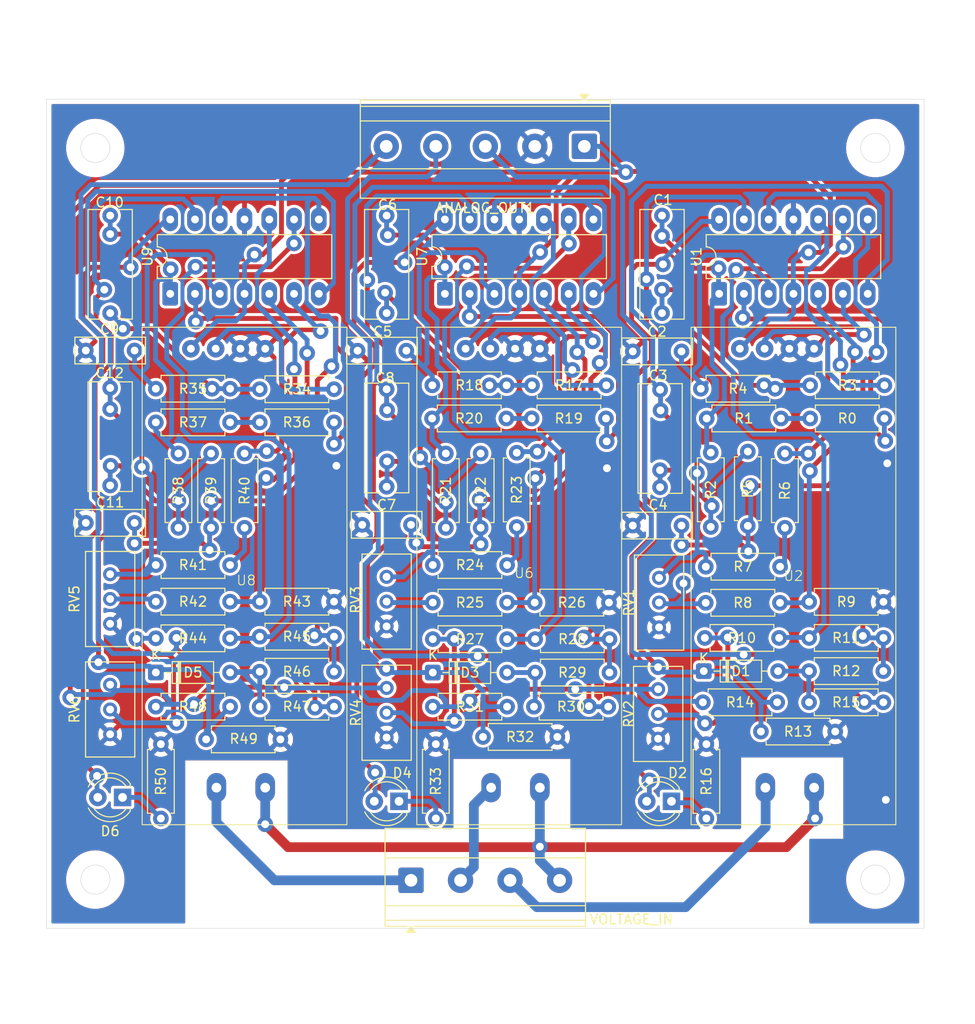
<source format=kicad_pcb>
(kicad_pcb (version 20241229) (generator "pcbnew") (generator_version "9.0")
  (layers (0 "F.Cu" signal) (2 "B.Cu" signal) (13 "F.Paste" user) (15 "B.Paste" user) (5 "F.SilkS" user "F.Silkscreen") (7 "B.SilkS" user "B.Silkscreen") (1 "F.Mask" user) (3 "B.Mask" user) (25 "Edge.Cuts" user))
  (net 0 "")
  (net 1 "Net-(C1-Pad2)")
  (net 2 "Net-(C1-Pad1)")
  (net 3 "GND")
  (net 4 "Net-(U1A-+)")
  (net 5 "Net-(C3-Pad1)")
  (net 6 "Net-(C3-Pad2)")
  (net 7 "Net-(U1B-+)")
  (net 8 "Net-(U7A-+)")
  (net 9 "Net-(C6-Pad2)")
  (net 10 "Net-(C6-Pad1)")
  (net 11 "Net-(U7B-+)")
  (net 12 "Net-(C8-Pad2)")
  (net 13 "Net-(C8-Pad1)")
  (net 14 "Net-(U9A-+)")
  (net 15 "Net-(C10-Pad2)")
  (net 16 "Net-(C10-Pad1)")
  (net 17 "Net-(U9B-+)")
  (net 18 "Net-(C12-Pad2)")
  (net 19 "Net-(C12-Pad1)")
  (net 20 "Net-(D1-A)")
  (net 21 "Net-(D1-K)")
  (net 22 "Net-(D2-A)")
  (net 23 "Net-(D2-K)")
  (net 24 "Net-(D3-K)")
  (net 25 "Net-(D3-A)")
  (net 26 "Net-(D4-A)")
  (net 27 "Net-(D4-K)")
  (net 28 "Net-(D5-A)")
  (net 29 "Net-(D5-K)")
  (net 30 "Net-(D6-K)")
  (net 31 "Net-(D6-A)")
  (net 32 "LINE1")
  (net 33 "LINE2")
  (net 34 "LINE3")
  (net 35 "NEUTRAL")
  (net 36 "SIGNAL_OUT1")
  (net 37 "SIGNAL_OUT2")
  (net 38 "5V")
  (net 39 "SIGNAL_OUT3")
  (net 40 "Net-(R0-Pad2)")
  (net 41 "Net-(U1A--)")
  (net 42 "OUT_S1")
  (net 43 "Net-(R6-Pad2)")
  (net 44 "Net-(U1B--)")
  (net 45 "Net-(R8-Pad1)")
  (net 46 "Net-(U1C-+)")
  (net 47 "Net-(R10-Pad1)")
  (net 48 "Net-(U1C--)")
  (net 49 "Net-(U1D-+)")
  (net 50 "OUT_S2")
  (net 51 "Net-(U7A--)")
  (net 52 "Net-(R19-Pad2)")
  (net 53 "Net-(R23-Pad2)")
  (net 54 "Net-(U7B--)")
  (net 55 "Net-(R25-Pad1)")
  (net 56 "Net-(U7C-+)")
  (net 57 "Net-(U7C--)")
  (net 58 "Net-(R27-Pad1)")
  (net 59 "Net-(U7D-+)")
  (net 60 "OUT_S3")
  (net 61 "Net-(R36-Pad2)")
  (net 62 "Net-(U9A--)")
  (net 63 "Net-(R40-Pad2)")
  (net 64 "Net-(U9B--)")
  (net 65 "Net-(R42-Pad1)")
  (net 66 "Net-(U9C-+)")
  (net 67 "Net-(U9C--)")
  (net 68 "Net-(R44-Pad1)")
  (net 69 "Net-(U9D-+)")
  (footprint "TerminalBlock_Phoenix:TerminalBlock_Phoenix_MKDS-1,5-5-5.08_1x05_P5.08mm_Horizontal" (layer "F.Cu") (at 149.935 55 180)
    (property "Reference" "ANALOG_OUT1")
    (property "Value" "SCREW_TERMINAL_5")
  )
  (footprint "Resistor_THT:R_Axial_DIN0207_L6.3mm_D2.5mm_P7.62mm_Horizontal" (layer "F.Cu") (at 172.98 108.8)
    (property "Reference" "R12")
    (property "Value" "68k")
  )
  (footprint "LED_THT:LED_D4.0mm" (layer "F.Cu") (at 102.57 121.75 180)
    (property "Reference" "D6")
    (property "Value" "LED")
  )
  (footprint "Resistor_THT:R_Axial_DIN0207_L6.3mm_D2.5mm_P7.62mm_Horizontal" (layer "F.Cu") (at 152.15 82.9 180)
    (property "Reference" "R19")
    (property "Value" "68k")
  )
  (footprint "Resistor_THT:R_Axial_DIN0207_L6.3mm_D2.5mm_P7.62mm_Horizontal" (layer "F.Cu") (at 152.51 105.525 180)
    (property "Reference" "R28")
    (property "Value" "68k")
  )
  (footprint "Capacitor_THT:C_Rect_L7.0mm_W2.5mm_P5.00mm" (layer "F.Cu") (at 127.155 93.805)
    (property "Reference" "C7")
    (property "Value" "15nF")
  )
  (footprint "ZMPT101B:ZMPT101B" (layer "F.Cu") (at 113.58 84.55 -90)
    (property "Reference" "U8")
    (property "Value" "zmpt101b")
  )
  (footprint "Resistor_THT:R_Axial_DIN0207_L6.3mm_D2.5mm_P7.62mm_Horizontal" (layer "F.Cu") (at 162.48 82.9)
    (property "Reference" "R1")
    (property "Value" "68k")
  )
  (footprint "ZMPT101B:ZMPT101B" (layer "F.Cu") (at 141.75 84.55 -90)
    (property "Reference" "U6")
    (property "Value" "zmpt101b")
  )
  (footprint "Capacitor_THT:C_Rect_L11.0mm_W4.3mm_P10.00mm_MKT" (layer "F.Cu") (at 129.655 89.903333 90)
    (property "Reference" "C8")
    (property "Value" "100nF")
  )
  (footprint "Resistor_THT:R_Axial_DIN0207_L6.3mm_D2.5mm_P7.62mm_Horizontal" (layer "F.Cu") (at 134.315 82.9)
    (property "Reference" "R20")
    (property "Value" "68k")
  )
  (footprint "Diode_THT:D_DO-35_SOD27_P7.62mm_Horizontal" (layer "F.Cu") (at 162.18 108.8)
    (property "Reference" "D1")
    (property "Value" "1N5711")
  )
  (footprint "Package_DIP:DIP-14_W7.62mm_LongPads" (layer "F.Cu") (at 163.76 70.12 90)
    (property "Reference" "U1")
    (property "Value" "LM324")
  )
  (footprint "Resistor_THT:R_Axial_DIN0207_L6.3mm_D2.5mm_P7.62mm_Horizontal" (layer "F.Cu") (at 143 86.415 -90)
    (property "Reference" "R23")
    (property "Value" "68k")
  )
  (footprint "Resistor_THT:R_Axial_DIN0207_L6.3mm_D2.5mm_P7.62mm_Horizontal" (layer "F.Cu") (at 142.01 112.45 180)
    (property "Reference" "R31")
    (property "Value" "400")
  )
  (footprint "Package_DIP:DIP-14_W7.62mm_LongPads" (layer "F.Cu") (at 107.46 70.12 90)
    (property "Reference" "U9")
    (property "Value" "LM324")
  )
  (footprint "Resistor_THT:R_Axial_DIN0207_L6.3mm_D2.5mm_P7.62mm_Horizontal" (layer "F.Cu") (at 134.39 101.776667)
    (property "Reference" "R25")
    (property "Value" "68k")
  )
  (footprint "Resistor_THT:R_Axial_DIN0207_L6.3mm_D2.5mm_P7.62mm_Horizontal" (layer "F.Cu") (at 166.7 86.29 -90)
    (property "Reference" "R5")
    (property "Value" "68k")
  )
  (footprint "Potentiometer_THT:Potentiometer_Bourns_3296W_Vertical" (layer "F.Cu") (at 157.595 99.236667 90)
    (property "Reference" "RV1")
    (property "Value" "R_Potentiometer")
  )
  (footprint "Potentiometer_THT:Potentiometer_Bourns_3296W_Vertical" (layer "F.Cu") (at 157.5 110.653333 90)
    (property "Reference" "RV2")
    (property "Value" "R_Potentiometer")
  )
  (footprint "LED_THT:LED_D4.0mm" (layer "F.Cu") (at 130.925 122.15 180)
    (property "Reference" "D4")
    (property "Value" "LED")
  )
  (footprint "Resistor_THT:R_Axial_DIN0207_L6.3mm_D2.5mm_P7.62mm_Horizontal" (layer "F.Cu") (at 169.71 112 180)
    (property "Reference" "R14")
    (property "Value" "400")
  )
  (footprint "Resistor_THT:R_Axial_DIN0207_L6.3mm_D2.5mm_P7.62mm_Horizontal" (layer "F.Cu") (at 142.01 97.925 180)
    (property "Reference" "R24")
    (property "Value" "68k")
  )
  (footprint "Capacitor_THT:C_Rect_L7.0mm_W2.5mm_P5.00mm" (layer "F.Cu") (at 98.8 93.605)
    (property "Reference" "C11")
    (property "Value" "15nF")
  )
  (footprint "Resistor_THT:R_Axial_DIN0207_L6.3mm_D2.5mm_P7.62mm_Horizontal" (layer "F.Cu") (at 105.98 83.3)
    (property "Reference" "R37")
    (property "Value" "68k")
  )
  (footprint "Capacitor_THT:C_Rect_L11.0mm_W4.3mm_P10.00mm_MKT" (layer "F.Cu") (at 101.3 72.1 90)
    (property "Reference" "C10")
    (property "Value" "100nF")
  )
  (footprint "Resistor_THT:R_Axial_DIN0207_L6.3mm_D2.5mm_P7.62mm_Horizontal" (layer "F.Cu") (at 106.5 116.29 -90)
    (property "Reference" "R50")
    (property "Value" "100")
  )
  (footprint "Resistor_THT:R_Axial_DIN0207_L6.3mm_D2.5mm_P7.62mm_Horizontal" (layer "F.Cu") (at 170.5 86.49 -90)
    (property "Reference" "R6")
    (property "Value" "68k")
  )
  (footprint "Resistor_THT:R_Axial_DIN0207_L6.3mm_D2.5mm_P7.62mm_Horizontal" (layer "F.Cu") (at 111.65 86.49 -90)
    (property "Reference" "R39")
    (property "Value" "68k")
  )
  (footprint "Potentiometer_THT:Potentiometer_Bourns_3296W_Vertical" (layer "F.Cu") (at 101.295 98.87 90)
    (property "Reference" "RV5")
    (property "Value" "R_Potentiometer")
  )
  (footprint "Resistor_THT:R_Axial_DIN0207_L6.3mm_D2.5mm_P7.62mm_Horizontal" (layer "F.Cu") (at 141.96 79.5 180)
    (property "Reference" "R18")
    (property "Value" "68k")
  )
  (footprint "Resistor_THT:R_Axial_DIN0207_L6.3mm_D2.5mm_P7.62mm_Horizontal" (layer "F.Cu") (at 180.61 101.7 180)
    (property "Reference" "R9")
    (property "Value" "68k")
  )
  (footprint "Resistor_THT:R_Axial_DIN0207_L6.3mm_D2.5mm_P7.62mm_Horizontal" (layer "F.Cu") (at 162.29 105.4)
    (property "Reference" "R10")
    (property "Value" "68k")
  )
  (footprint "Capacitor_THT:C_Rect_L7.0mm_W2.5mm_P5.00mm" (layer "F.Cu") (at 98.8 75.935)
    (property "Reference" "C9")
    (property "Value" "15nF")
  )
  (footprint "Resistor_THT:R_Axial_DIN0207_L6.3mm_D2.5mm_P7.62mm_Horizontal" (layer "F.Cu") (at 162.45 116.29 -90)
    (property "Reference" "R16")
    (property "Value" "100")
  )
  (footprint "Resistor_THT:R_Axial_DIN0207_L6.3mm_D2.5mm_P7.62mm_Horizontal" (layer "F.Cu") (at 108.3 86.49 -90)
    (property "Reference" "R38")
    (property "Value" "68k")
  )
  (footprint "Resistor_THT:R_Axial_DIN0207_L6.3mm_D2.5mm_P7.62mm_Horizontal" (layer "F.Cu") (at 180.71 79.5 180)
    (property "Reference" "R3")
    (property "Value" "68k")
  )
  (footprint "Resistor_THT:R_Axial_DIN0207_L6.3mm_D2.5mm_P7.62mm_Horizontal" (layer "F.Cu") (at 115.08 86.49 -90)
    (property "Reference" "R40")
    (property "Value" "68k")
  )
  (footprint "Diode_THT:D_DO-35_SOD27_P7.62mm_Horizontal" (layer "F.Cu") (at 105.98 108.94375)
    (property "Reference" "D5")
    (property "Value" "1N5711")
  )
  (footprint "Resistor_THT:R_Axial_DIN0207_L6.3mm_D2.5mm_P7.62mm_Horizontal" (layer "F.Cu") (at 118.76 115.8 180)
    (property "Reference" "R49")
    (property "Value" "420")
  )
  (footprint "Resistor_THT:R_Axial_DIN0207_L6.3mm_D2.5mm_P7.62mm_Horizontal" (layer "F.Cu") (at 169.5 79.85 180)
    (property "Reference" "R4")
    (property "Value" "68k")
  )
  (footprint "Package_DIP:DIP-14_W7.62mm_LongPads" (layer "F.Cu") (at 135.63 70.12 90)
    (property "Reference" "U7")
    (property "Value" "LM324")
  )
  (footprint "TerminalBlock_Phoenix:TerminalBlock_Phoenix_MKDS-1,5-4-5.08_1x04_P5.08mm_Horizontal" (layer "F.Cu") (at 132.155 130.25)
    (property "Reference" "VOLTAGE_IN")
    (property "Value" "SCREW_TERMINAL_4")
  )
  (footprint "Potentiometer_THT:Potentiometer_Bourns_3296W_Vertical" (layer "F.Cu") (at 129.65 99.136667 90)
    (property "Reference" "RV3")
    (property "Value" "R_Potentiometer")
  )
  (footprint "Resistor_THT:R_Axial_DIN0207_L6.3mm_D2.5mm_P7.62mm_Horizontal" (layer "F.Cu") (at 124.26 101.68125 180)
    (property "Reference" "R43")
    (property "Value" "68k")
  )
  (footprint "Capacitor_THT:C_Rect_L11.0mm_W4.3mm_P10.00mm_MKT" (layer "F.Cu") (at 157.9 72.1 90)
    (property "Reference" "C1")
    (property "Value" "100nF")
  )
  (footprint "Capacitor_THT:C_Rect_L11.0mm_W4.3mm_P10.00mm_MKT" (layer "F.Cu") (at 157.7 89.953333 90)
    (property "Reference" "C3")
    (property "Value" "100nF")
  )
  (footprint "Potentiometer_THT:Potentiometer_Bourns_3296W_Vertical" (layer "F.Cu") (at 101.295 110.195 90)
    (property "Reference" "RV6")
    (property "Value" "R_Potentiometer")
  )
  (footprint "Resistor_THT:R_Axial_DIN0207_L6.3mm_D2.5mm_P7.62mm_Horizontal" (layer "F.Cu") (at 134.39 105.525)
    (property "Reference" "R27")
    (property "Value" "68k")
  )
  (footprint "LED_THT:LED_D4.0mm" (layer "F.Cu") (at 158.87 122.15 180)
    (property "Reference" "D2")
    (property "Value" "LED")
  )
  (footprint "Capacitor_THT:C_Rect_L11.0mm_W4.3mm_P10.00mm_MKT" (layer "F.Cu") (at 129.655 72.1 90)
    (property "Reference" "C6")
    (property "Value" "100nF")
  )
  (footprint "Resistor_THT:R_Axial_DIN0207_L6.3mm_D2.5mm_P7.62mm_Horizontal" (layer "F.Cu") (at 162.9 86.4 -90)
    (property "Reference" "R2")
    (property "Value" "68k")
  )
  (footprint "Resistor_THT:R_Axial_DIN0207_L6.3mm_D2.5mm_P7.62mm_Horizontal" (layer "F.Cu") (at 105.98 105.4375)
    (property "Reference" "R44")
    (property "Value" "68k")
  )
  (footprint "Capacitor_THT:C_Rect_L7.0mm_W2.5mm_P5.00mm" (layer "F.Cu") (at 126.675 75.95)
    (property "Reference" "C5")
    (property "Value" "15nF")
  )
  (footprint "Resistor_THT:R_Axial_DIN0207_L6.3mm_D2.5mm_P7.62mm_Horizontal" (layer "F.Cu") (at 152.385 112.45 180)
    (property "Reference" "R30")
    (property "Value" "68k")
  )
  (footprint "Resistor_THT:R_Axial_DIN0207_L6.3mm_D2.5mm_P7.62mm_Horizontal" (layer "F.Cu") (at 180.61 105.4 180)
    (property "Reference" "R11")
    (property "Value" "68k")
  )
  (footprint "Resistor_THT:R_Axial_DIN0207_L6.3mm_D2.5mm_P7.62mm_Horizontal" (layer "F.Cu") (at 124.26 105.270833 180)
    (property "Reference" "R45")
    (property "Value" "68k")
  )
  (footprint "Capacitor_THT:C_Rect_L11.0mm_W4.3mm_P10.00mm_MKT" (layer "F.Cu") (at 101.3 89.77 90)
    (property "Reference" "C12")
    (property "Value" "100nF")
  )
  (footprint "Potentiometer_THT:Potentiometer_Bourns_3296W_Vertical" (layer "F.Cu") (at 129.65 110.528333 90)
    (property "Reference" "RV4")
    (property "Value" "R_Potentiometer")
  )
  (footprint "Resistor_THT:R_Axial_DIN0207_L6.3mm_D2.5mm_P7.62mm_Horizontal" (layer "F.Cu") (at 116.64 108.860417)
    (property "Reference" "R46")
    (property "Value" "68k")
  )
  (footprint "Resistor_THT:R_Axial_DIN0207_L6.3mm_D2.5mm_P7.62mm_Horizontal" (layer "F.Cu") (at 175.66 115 180)
    (property "Reference" "R13")
    (property "Value" "420")
  )
  (footprint "Resistor_THT:R_Axial_DIN0207_L6.3mm_D2.5mm_P7.62mm_Horizontal" (layer "F.Cu") (at 152.185 79.5 180)
    (property "Reference" "R17")
    (property "Value" "68k")
  )
  (footprint "Resistor_THT:R_Axial_DIN0207_L6.3mm_D2.5mm_P7.62mm_Horizontal" (layer "F.Cu") (at 180.71 82.9 180)
    (property "Reference" "R0")
    (property "Value" "68k")
  )
  (footprint "Resistor_THT:R_Axial_DIN0207_L6.3mm_D2.5mm_P7.62mm_Horizontal" (layer "F.Cu") (at 113.6 112.45 180)
    (property "Reference" "R48")
    (property "Value" "400")
  )
  (footprint "Resistor_THT:R_Axial_DIN0207_L6.3mm_D2.5mm_P7.62mm_Horizontal" (layer "F.Cu") (at 124.26 79.9 180)
    (property "Reference" "R34")
    (property "Value" "68k")
  )
  (footprint "Diode_THT:D_DO-35_SOD27_P7.62mm_Horizontal" (layer "F.Cu") (at 134.39 108.95)
    (property "Reference" "D3")
    (property "Value" "1N5711")
  )
  (footprint "Resistor_THT:R_Axial_DIN0207_L6.3mm_D2.5mm_P7.62mm_Horizontal" (layer "F.Cu") (at 134.7 116.29 -90)
    (property "Reference" "R33")
    (property "Value" "100")
  )
  (footprint "Capacitor_THT:C_Rect_L7.0mm_W2.5mm_P5.00mm" (layer "F.Cu") (at 154.9 93.88)
    (property "Reference" "C4")
    (property "Value" "15nF")
  )
  (footprint "Resistor_THT:R_Axial_DIN0207_L6.3mm_D2.5mm_P7.62mm_Horizontal" (layer "F.Cu") (at 124.26 83.3 180)
    (property "Reference" "R36")
    (property "Value" "68k")
  )
  (footprint "Resistor_THT:R_Axial_DIN0207_L6.3mm_D2.5mm_P7.62mm_Horizontal" (layer "F.Cu") (at 162.38 101.8)
    (property "Reference" "R8")
    (property "Value" "68k")
  )
  (footprint "Resistor_THT:R_Axial_DIN0207_L6.3mm_D2.5mm_P7.62mm_Horizontal" (layer "F.Cu") (at 113.6 79.85 180)
    (property "Reference" "R35")
    (property "Value" "68k")
  )
  (footprint "Resistor_THT:R_Axial_DIN0207_L6.3mm_D2.5mm_P7.62mm_Horizontal" (layer "F.Cu") (at 180.6 112 180)
    (property "Reference" "R15")
    (property "Value" "68k")
  )
  (footprint "Capacitor_THT:C_Rect_L7.0mm_W2.5mm_P5.00mm" (layer "F.Cu") (at 154.9 76.026667)
    (property "Reference" "C2")
    (property "Value" "15nF")
  )
  (footprint "Resistor_THT:R_Axial_DIN0207_L6.3mm_D2.5mm_P7.62mm_Horizontal" (layer "F.Cu") (at 124.26 112.45 180)
    (property "Reference" "R47")
    (property "Value" "68k")
  )
  (footprint "Resistor_THT:R_Axial_DIN0207_L6.3mm_D2.5mm_P7.62mm_Horizontal" (layer "F.Cu") (at 139.3 86.49 -90)
    (property "Reference" "R22")
    (property "Value" "68k")
  )
  (footprint "Resistor_THT:R_Axial_DIN0207_L6.3mm_D2.5mm_P7.62mm_Horizontal" (layer "F.Cu") (at 135.725 86.49 -90)
    (property "Reference" "R21")
    (property "Value" "68k")
  )
  (footprint "ZMPT101B:ZMPT101B" (layer "F.Cu") (at 169.88 84.55 -90)
    (property "Reference" "U2")
    (property "Value" "zmpt101b")
  )
  (footprint "Resistor_THT:R_Axial_DIN0207_L6.3mm_D2.5mm_P7.62mm_Horizontal" (layer "F.Cu") (at 105.98 101.68125)
    (property "Reference" "R42")
    (property "Value" "68k")
  )
  (footprint "Resistor_THT:R_Axial_DIN0207_L6.3mm_D2.5mm_P7.62mm_Horizontal" (layer "F.Cu") (at 170.01 98.1 180)
    (property "Reference" "R7")
    (property "Value" "68k")
  )
  (footprint "Resistor_THT:R_Axial_DIN0207_L6.3mm_D2.5mm_P7.62mm_Horizontal" (layer "F.Cu") (at 144.89 108.95)
    (property "Reference" "R29")
    (property "Value" "68k")
  )
  (footprint "Resistor_THT:R_Axial_DIN0207_L6.3mm_D2.5mm_P7.62mm_Horizontal" (layer "F.Cu") (at 152.46 101.776667 180)
    (property "Reference" "R26")
    (property "Value" "68k")
  )
  (footprint "Resistor_THT:R_Axial_DIN0207_L6.3mm_D2.5mm_P7.62mm_Horizontal" (layer "F.Cu") (at 113.6 97.925 180)
    (property "Reference" "R41")
    (property "Value" "68k")
  )
  (footprint "Resistor_THT:R_Axial_DIN0207_L6.3mm_D2.5mm_P7.62mm_Horizontal" (layer "F.Cu") (at 147.16 115.55 180)
    (property "Reference" "R32")
    (property "Value" "420")
  )
  (gr_rect (start 94.775 50.175) (end 184.775 135.175) (stroke (width 0.05)) (fill no) (layer "Edge.Cuts"))
  (gr_circle (center 99.775 55.175) (end 101.275 55.175) (stroke (width 0.05)) (fill no) (layer "Edge.Cuts"))
  (gr_circle (center 179.775 130.175) (end 181.275 130.175) (stroke (width 0.05)) (fill no) (layer "Edge.Cuts"))
  (gr_circle (center 99.775 130.175) (end 101.275 130.175) (stroke (width 0.05)) (fill no) (layer "Edge.Cuts"))
  (gr_circle (center 179.775 55.175) (end 181.275 55.175) (stroke (width 0.05)) (fill no) (layer "Edge.Cuts"))
  (segment (start 157.9 64.2) (end 161.2 67.5) (width 0.5) (layer "F.Cu") (net 1))
  (segment (start 161.2 67.5) (end 163.7 67.5) (width 0.5) (layer "F.Cu") (net 1))
  (via (at 157.9 64.2) (size 1.6) (drill 0.8) (layers "F.Cu" "B.Cu") (net 1))
  (via (at 163.7 67.5) (size 1.6) (drill 0.8) (layers "F.Cu" "B.Cu") (net 1))
  (segment (start 164.3 81.1) (end 164.3 78.7) (width 0.5) (layer "B.Cu") (net 1))
  (segment (start 162.9 86.4) (end 162.48 85.98) (width 0.5) (layer "B.Cu") (net 1))
  (segment (start 162.48 83.1205) (end 162.55 83.0505) (width 0.5) (layer "B.Cu") (net 1))
  (segment (start 163.025 77.425) (end 163.025 70.775) (width 0.5) (layer "B.Cu") (net 1))
  (segment (start 163.7 67.5) (end 163.7 69.9) (width 0.5) (layer "B.Cu") (net 1))
  (segment (start 162.5 82.9) (end 164.3 81.1) (width 0.5) (layer "B.Cu") (net 1))
  (segment (start 157.9 64.2) (end 157.9 62.1) (width 0.5) (layer "B.Cu") (net 1))
  (segment (start 164.3 78.7) (end 163.025 77.425) (width 0.5) (layer "B.Cu") (net 1))
  (segment (start 163.025 70.775) (end 163.6 70.2) (width 0.5) (layer "B.Cu") (net 1))
  (segment (start 162.48 85.98) (end 162.48 83.1205) (width 0.5) (layer "B.Cu") (net 1))
  (segment (start 168.1 79.5) (end 168.359997 79.5) (width 0.5) (layer "F.Cu") (net 2))
  (segment (start 157.9 69.7) (end 159.2 69.7) (width 0.5) (layer "F.Cu") (net 2))
  (segment (start 166.5 79.5) (end 168.359997 79.5) (width 0.5) (layer "F.Cu") (net 2))
  (segment (start 159.2 69.7) (end 159.6 70.1) (width 0.5) (layer "F.Cu") (net 2))
  (segment (start 168 79.4) (end 168.1 79.5) (width 0.5) (layer "F.Cu") (net 2))
  (segment (start 159.6 72.6) (end 166.5 79.5) (width 0.5) (layer "F.Cu") (net 2))
  (segment (start 159.6 70.1) (end 159.6 72.6) (width 0.5) (layer "F.Cu") (net 2))
  (via (at 157.9 69.7) (size 1.6) (drill 0.8) (layers "F.Cu" "B.Cu") (net 2))
  (via (at 168.359997 79.5) (size 1.6) (drill 0.8) (layers "F.Cu" "B.Cu") (net 2))
  (segment (start 170.21 79.5) (end 173.09 79.5) (width 0.5) (layer "B.Cu") (net 2))
  (segment (start 157.9 69.7) (end 157.9 72.1) (width 0.5) (layer "B.Cu") (net 2))
  (segment (start 168.359997 79.5) (end 170.1 79.5) (width 0.5) (layer "B.Cu") (net 2))
  (via (at 152.25 88) (size 1.6) (drill 0.8) (layers "F.Cu" "B.Cu") (net 3))
  (via (at 180.85 122) (size 1.6) (drill 0.8) (layers "F.Cu" "B.Cu") (net 3))
  (via (at 124.5 87.75) (size 1.6) (drill 0.8) (layers "F.Cu" "B.Cu") (net 3))
  (via (at 181 87.5) (size 1.6) (drill 0.8) (layers "F.Cu" "B.Cu") (net 3))
  (segment (start 162.101127 79.5) (end 160.838064 78.236936) (width 0.5) (layer "B.Cu") (net 4))
  (segment (start 160.838064 78.236936) (end 159.9 77.298873) (width 0.5) (layer "B.Cu") (net 4))
  (segment (start 161.75 77.325) (end 161.75 66.75) (width 0.5) (layer "B.Cu") (net 4))
  (segment (start 162.35 66.15) (end 166.025 66.15) (width 0.5) (layer "B.Cu") (net 4))
  (segment (start 159.9 77.298873) (end 159.9 76.026667) (width 0.5) (layer "B.Cu") (net 4))
  (segment (start 168.8 68.925) (end 168.8 69.9) (width 0.5) (layer "B.Cu") (net 4))
  (segment (start 166.025 66.15) (end 168.8 68.925) (width 0.5) (layer "B.Cu") (net 4))
  (segment (start 161.75 66.75) (end 162.35 66.15) (width 0.5) (layer "B.Cu") (net 4))
  (segment (start 160.838064 78.236936) (end 161.75 77.325) (width 0.5) (layer "B.Cu") (net 4))
  (segment (start 162.45 79.25) (end 162.2 79.5) (width 0.5) (layer "B.Cu") (net 4))
  (segment (start 162.2 79.5) (end 162.101127 79.5) (width 0.5) (layer "B.Cu") (net 4))
  (segment (start 159.3 88.2) (end 163 91.9) (width 0.5) (layer "F.Cu") (net 5))
  (segment (start 157.7 88.2) (end 159.3 88.2) (width 0.5) (layer "F.Cu") (net 5))
  (via (at 163 91.9) (size 1.6) (drill 0.8) (layers "F.Cu" "B.Cu") (net 5))
  (via (at 157.7 88.2) (size 1.6) (drill 0.8) (layers "F.Cu" "B.Cu") (net 5))
  (segment (start 163 90.1) (end 163 89.9) (width 0.5) (layer "B.Cu") (net 5))
  (segment (start 162.9 92) (end 162.9 94) (width 0.5) (layer "B.Cu") (net 5))
  (segment (start 163 89.9) (end 166.7 86.2) (width 0.5) (layer "B.Cu") (net 5))
  (segment (start 163 91.9) (end 163 89.99) (width 0.5) (layer "B.Cu") (net 5))
  (segment (start 163 91.9) (end 162.9 92) (width 0.5) (layer "B.Cu") (net 5))
  (segment (start 157.7 89.953333) (end 157.7 88.2) (width 0.5) (layer "B.Cu") (net 5))
  (segment (start 157.75 82.075) (end 161.475 85.8) (width 0.5) (layer "F.Cu") (net 6))
  (segment (start 161.475 85.8) (end 161.475 88.5) (width 0.5) (layer "F.Cu") (net 6))
  (via (at 161.475 88.5) (size 1.6) (drill 0.8) (layers "F.Cu" "B.Cu") (net 6))
  (via (at 157.75 82.075) (size 1.6) (drill 0.8) (layers "F.Cu" "B.Cu") (net 6))
  (segment (start 154.775153 71.750153) (end 156.95 73.925) (width 0.5) (layer "B.Cu") (net 6))
  (segment (start 181 66.6) (end 181 59.7) (width 0.5) (layer "B.Cu") (net 6))
  (segment (start 154.775153 60.633483) (end 154.775153 71.750153) (width 0.5) (layer "B.Cu") (net 6))
  (segment (start 160.925 97.175) (end 159.656667 97.175) (width 0.5) (layer "B.Cu") (net 6))
  (segment (start 159.656667 97.175) (end 158.232103 98.599564) (width 0.5) (layer "B.Cu") (net 6))
  (segment (start 180.4 59.1) (end 156.308636 59.1) (width 0.5) (layer "B.Cu") (net 6))
  (segment (start 162.4 96.9) (end 162.1 96.6) (width 0.5) (layer "B.Cu") (net 6))
  (segment (start 179 69.8) (end 179 68.6) (width 0.5) (layer "B.Cu") (net 6))
  (segment (start 181 59.7) (end 180.4 59.1) (width 0.5) (layer "B.Cu") (net 6))
  (segment (start 157.75 82.075) (end 157.75 80.003333) (width 0.5) (layer "B.Cu") (net 6))
  (segment (start 161.5 88.525) (end 161.475 88.5) (width 0.5) (layer "B.Cu") (net 6))
  (segment (start 161.5 96.6) (end 160.925 97.175) (width 0.5) (layer "B.Cu") (net 6))
  (segment (start 156.95 73.925) (end 156.95 79.203333) (width 0.5) (layer "B.Cu") (net 6))
  (segment (start 156.308636 59.1) (end 154.775153 60.633483) (width 0.5) (layer "B.Cu") (net 6))
  (segment (start 161.5 96.6) (end 161.5 88.525) (width 0.5) (layer "B.Cu") (net 6))
  (segment (start 157.75 82.075) (end 157.75 82.175) (width 0.5) (layer "B.Cu") (net 6))
  (segment (start 179 68.6) (end 181 66.6) (width 0.5) (layer "B.Cu") (net 6))
  (segment (start 162.4 98.1) (end 162.4 96.9) (width 0.5) (layer "B.Cu") (net 6))
  (segment (start 156.95 79.203333) (end 157.7 79.953333) (width 0.5) (layer "B.Cu") (net 6))
  (segment (start 157.75 80.003333) (end 157.7 79.953333) (width 0.5) (layer "B.Cu") (net 6))
  (segment (start 162.1 96.6) (end 161.5 96.6) (width 0.5) (layer "B.Cu") (net 6))
  (segment (start 166.1 95.875) (end 159.9 95.875) (width 0.5) (layer "F.Cu") (net 7))
  (segment (start 177.5 87.2) (end 177.5 76.3) (width 0.5) (layer "F.Cu") (net 7))
  (segment (start 177.5 76.3) (end 177.7 76.1) (width 0.5) (layer "F.Cu") (net 7))
  (segment (start 166.75 96.525) (end 166.1 95.875) (width 0.5) (layer "F.Cu") (net 7))
  (segment (start 174.9 89.8) (end 177.5 87.2) (width 0.5) (layer "F.Cu") (net 7))
  (segment (start 159.725 96.05) (end 159.9 95.875) (width 0.5) (layer "F.Cu") (net 7))
  (segment (start 167 89.8) (end 174.9 89.8) (width 0.5) (layer "F.Cu") (net 7))
  (via (at 159.9 95.875) (size 1.6) (drill 0.8) (layers "F.Cu" "B.Cu") (net 7))
  (via (at 166.75 96.525) (size 1.6) (drill 0.8) (layers "F.Cu" "B.Cu") (net 7))
  (via (at 167 89.8) (size 1.6) (drill 0.8) (layers "F.Cu" "B.Cu") (net 7))
  (via (at 177.7 76.1) (size 1.6) (drill 0.8) (layers "F.Cu" "B.Cu") (net 7))
  (segment (start 159.9 94.125) (end 159.9 95.875) (width 0.5) (layer "B.Cu") (net 7))
  (segment (start 177.7 75.4) (end 177.7 76.1) (width 0.5) (layer "B.Cu") (net 7))
  (segment (start 174 71.7) (end 177.7 75.4) (width 0.5) (layer "B.Cu") (net 7))
  (segment (start 167 93.6) (end 166.7 93.9) (width 0.5) (layer "B.Cu") (net 7))
  (segment (start 174 70.75) (end 174 71.7) (width 0.5) (layer "B.Cu") (net 7))
  (segment (start 166.75 96.525) (end 166.725 96.5) (width 0.5) (layer "B.Cu") (net 7))
  (segment (start 159.925 94.1) (end 159.9 94.125) (width 0.5) (layer "B.Cu") (net 7))
  (segment (start 166.725 96.5) (end 166.725 94.125) (width 0.5) (layer "B.Cu") (net 7))
  (segment (start 159.9 95.525) (end 159.9 95.875) (width 0.5) (layer "B.Cu") (net 7))
  (segment (start 159.85 95.825) (end 159.9 95.875) (width 0.5) (layer "B.Cu") (net 7))
  (segment (start 167 89.8) (end 167 93.6) (width 0.5) (layer "B.Cu") (net 7))
  (segment (start 139.4 68.81) (end 139.4 66.5) (width 0.5) (layer "B.Cu") (net 8))
  (segment (start 138.8 65.9) (end 133.7 65.9) (width 0.5) (layer "B.Cu") (net 8))
  (segment (start 133.8 77.2) (end 133.5 77.5) (width 0.5) (layer "B.Cu") (net 8))
  (segment (start 133 66.6) (end 133 72.5) (width 0.5) (layer "B.Cu") (net 8))
  (segment (start 133 72.5) (end 133.8 73.3) (width 0.5) (layer "B.Cu") (net 8))
  (segment (start 131.675 75.95) (end 131.75 75.95) (width 0.5) (layer "B.Cu") (net 8))
  (segment (start 133.8 73.3) (end 133.8 77.2) (width 0.5) (layer "B.Cu") (net 8))
  (segment (start 140.71 70.12) (end 139.4 68.81) (width 0.5) (layer "B.Cu") (net 8))
  (segment (start 134.34 78.54) (end 134.34 79.5) (width 0.5) (layer "B.Cu") (net 8))
  (segment (start 133.5 77.5) (end 133.3 77.5) (width 0.5) (layer "B.Cu") (net 8))
  (segment (start 139.4 66.5) (end 138.8 65.9) (width 0.5) (layer "B.Cu") (net 8))
  (segment (start 133.7 65.9) (end 133 66.6) (width 0.5) (layer "B.Cu") (net 8))
  (segment (start 131.75 75.95) (end 134.34 78.54) (width 0.5) (layer "B.Cu") (net 8))
  (segment (start 135.625 67.375) (end 135.625 66.325) (width 0.5) (layer "F.Cu") (net 9))
  (segment (start 135.625 66.325) (end 133.4 64.1) (width 0.5) (layer "F.Cu") (net 9))
  (segment (start 133.4 64.1) (end 129.775 64.1) (width 0.5) (layer "F.Cu") (net 9))
  (via (at 135.625 67.375) (size 1.6) (drill 0.8) (layers "F.Cu" "B.Cu") (net 9))
  (via (at 129.775 64.1) (size 1.6) (drill 0.8) (layers "F.Cu" "B.Cu") (net 9))
  (segment (start 135.63 68.45) (end 135.63 67.38) (width 0.5) (layer "B.Cu") (net 9))
  (segment (start 135.63 70.12) (end 135.63 68.45) (width 0.5) (layer "B.Cu") (net 9))
  (segment (start 129.655 63.98) (end 129.775 64.1) (width 0.5) (layer "B.Cu") (net 9))
  (segment (start 133.75 71.72) (end 133.75 68.775) (width 0.5) (layer "B.Cu") (net 9))
  (segment (start 134.83 72.8) (end 133.75 71.72) (width 0.5) (layer "B.Cu") (net 9))
  (segment (start 134.315 85.08) (end 135.725 86.49) (width 0.5) (layer "B.Cu") (net 9))
  (segment (start 134.315 82.9) (end 135.7 81.515) (width 0.5) (layer "B.Cu") (net 9))
  (segment (start 135.7 78.3) (end 134.83 77.43) (width 0.5) (layer "B.Cu") (net 9))
  (segment (start 134.83 77.43) (end 134.83 72.8) (width 0.5) (layer "B.Cu") (net 9))
  (segment (start 135.7 81.515) (end 135.7 78.3) (width 0.5) (layer "B.Cu") (net 9))
  (segment (start 134.315 82.9) (end 134.315 85.08) (width 0.5) (layer "B.Cu") (net 9))
  (segment (start 134.075 68.45) (end 135.63 68.45) (width 0.5) (layer "B.Cu") (net 9))
  (segment (start 133.75 68.775) (end 134.075 68.45) (width 0.5) (layer "B.Cu") (net 9))
  (segment (start 129.655 62.1) (end 129.655 63.98) (width 0.5) (layer "B.Cu") (net 9))
  (segment (start 135.63 67.38) (end 135.625 67.375) (width 0.5) (layer "B.Cu") (net 9))
  (segment (start 129.4 69.9) (end 129.5 70) (width 0.5) (layer "F.Cu") (net 10))
  (segment (start 140.2 79.5) (end 139 79.5) (width 0.5) (layer "F.Cu") (net 10))
  (segment (start 139 79.5) (end 129.5 70) (width 0.5) (layer "F.Cu") (net 10))
  (via (at 140.2 79.5) (size 1.6) (drill 0.8) (layers "F.Cu" "B.Cu") (net 10))
  (via (at 129.5 70) (size 1.6) (drill 0.8) (layers "F.Cu" "B.Cu") (net 10))
  (segment (start 129.655 70.155) (end 129.5 70) (width 0.5) (layer "B.Cu") (net 10))
  (segment (start 144.565 79.5) (end 141.96 79.5) (width 0.5) (layer "B.Cu") (net 10))
  (segment (start 129.655 72.1) (end 129.655 70.155) (width 0.5) (layer "B.Cu") (net 10))
  (segment (start 141.96 79.5) (end 140.2 79.5) (width 0.5) (layer "B.Cu") (net 10))
  (segment (start 149.1 79.365162) (end 150 78.465162) (width 0.5) (layer "F.Cu") (net 11))
  (segment (start 150 76.9) (end 149.2 76.1) (width 0.5) (layer "F.Cu") (net 11))
  (segment (start 133.1 96.05) (end 132.7 95.65) (width 0.5) (layer "F.Cu") (net 11))
  (segment (start 139.05 96.05) (end 133.1 96.05) (width 0.5) (layer "F.Cu") (net 11))
  (segment (start 149.1 87.3) (end 149.1 79.365162) (width 0.5) (layer "F.Cu") (net 11))
  (segment (start 139.2 91.2) (end 145.2 91.2) (width 0.5) (layer "F.Cu") (net 11))
  (segment (start 150 78.465162) (end 150 76.9) (width 0.5) (layer "F.Cu") (net 11))
  (segment (start 145.2 91.2) (end 149.1 87.3) (width 0.5) (layer "F.Cu") (net 11))
  (segment (start 139.3 95.8) (end 139.05 96.05) (width 0.5) (layer "F.Cu") (net 11))
  (via (at 139.2 91.2) (size 1.6) (drill 0.8) (layers "F.Cu" "B.Cu") (net 11))
  (via (at 132.7 95.65) (size 1.6) (drill 0.8) (layers "F.Cu" "B.Cu") (net 11))
  (via (at 139.3 95.8) (size 1.6) (drill 0.8) (layers "F.Cu" "B.Cu") (net 11))
  (via (at 149.2 76.1) (size 1.6) (drill 0.8) (layers "F.Cu" "B.Cu") (net 11))
  (segment (start 145.79 71.02) (end 149.198 74.428) (width 0.5) (layer "B.Cu") (net 11))
  (segment (start 139.3 95.8) (end 139.3 94.11) (width 0.5) (layer "B.Cu") (net 11))
  (segment (start 132.155 95.105) (end 132.7 95.65) (width 0.5) (layer "B.Cu") (net 11))
  (segment (start 149.198 76.098) (end 149.2 76.1) (width 0.5) (layer "B.Cu") (net 11))
  (segment (start 132.155 93.805) (end 132.155 95.105) (width 0.5) (layer "B.Cu") (net 11))
  (segment (start 149.198 74.428) (end 149.198 76.098) (width 0.5) (layer "B.Cu") (net 11))
  (segment (start 139.4 96.2) (end 139.3 96.1) (width 0.5) (layer "B.Cu") (net 11))
  (segment (start 139.2 91.2) (end 139.2 94.01) (width 0.5) (layer "B.Cu") (net 11))
  (segment (start 139.3 96.1) (end 139.3 95.8) (width 0.5) (layer "B.Cu") (net 11))
  (segment (start 139.2 94.01) (end 139.3 94.11) (width 0.5) (layer "B.Cu") (net 11))
  (segment (start 145.79 70.12) (end 145.79 71.02) (width 0.5) (layer "B.Cu") (net 11))
  (segment (start 133.1 85.45) (end 133.1 86.9) (width 0.5) (layer "F.Cu") (net 12))
  (segment (start 129.7 82.05) (end 133.1 85.45) (width 0.5) (layer "F.Cu") (net 12))
  (via (at 133.1 86.9) (size 1.6) (drill 0.8) (layers "F.Cu" "B.Cu") (net 12))
  (via (at 129.7 82.05) (size 1.6) (drill 0.8) (layers "F.Cu" "B.Cu") (net 12))
  (segment (start 128.65 74.75) (end 128.65 79.05) (width 0.5) (layer "B.Cu") (net 12))
  (segment (start 129.655 79.903333) (end 129.655 82.005) (width 0.5) (layer "B.Cu") (net 12))
  (segment (start 129.503333 79.903333) (end 129.655 79.903333) (width 0.5) (layer "B.Cu") (net 12))
  (segment (start 126.4 72.5) (end 128.65 74.75) (width 0.5) (layer "B.Cu") (net 12))
  (segment (start 152.9 60.2) (end 151.9 59.2) (width 0.5) (layer "B.Cu") (net 12))
  (segment (start 150.87 70.12) (end 151.27 70.12) (width 0.5) (layer "B.Cu") (net 12))
  (segment (start 133.9 96.6) (end 131.363333 99.136667) (width 0.5) (layer "B.Cu") (net 12))
  (segment (start 126.4 61) (end 126.4 72.5) (width 0.5) (layer "B.Cu") (net 12))
  (segment (start 129.655 82.005) (end 129.7 82.05) (width 0.5) (layer "B.Cu") (net 12))
  (segment (start 133.1 86.9) (end 134.39 88.19) (width 0.5) (layer "B.Cu") (net 12))
  (segment (start 131.363333 99.136667) (end 129.65 99.136667) (width 0.5) (layer "B.Cu") (net 12))
  (segment (start 128.2 59.2) (end 126.4 61) (width 0.5) (layer "B.Cu") (net 12))
  (segment (start 128.65 79.05) (end 129.503333 79.903333) (width 0.5) (layer "B.Cu") (net 12))
  (segment (start 134.39 96.6) (end 134.39 97.925) (width 0.5) (layer "B.Cu") (net 12))
  (segment (start 151.9 59.2) (end 128.2 59.2) (width 0.5) (layer "B.Cu") (net 12))
  (segment (start 134.39 96.6) (end 133.9 96.6) (width 0.5) (layer "B.Cu") (net 12))
  (segment (start 152.9 68.49) (end 152.9 60.2) (width 0.5) (layer "B.Cu") (net 12))
  (segment (start 134.39 88.19) (end 134.39 96.6) (width 0.5) (layer "B.Cu") (net 12))
  (segment (start 151.27 70.12) (end 152.9 68.49) (width 0.5) (layer "B.Cu") (net 12))
  (segment (start 135.725 91.5) (end 135 91.5) (width 0.5) (layer "F.Cu") (net 13))
  (segment (start 135 91.5) (end 130.8 87.3) (width 0.5) (layer "F.Cu") (net 13))
  (segment (start 129.7 87.3) (end 129.6 87.3) (width 0.5) (layer "F.Cu") (net 13))
  (segment (start 130.8 87.3) (end 129.7 87.3) (width 0.5) (layer "F.Cu") (net 13))
  (via (at 129.7 87.3) (size 1.6) (drill 0.8) (layers "F.Cu" "B.Cu") (net 13))
  (via (at 135.725 91.5) (size 1.6) (drill 0.8) (layers "F.Cu" "B.Cu") (net 13))
  (segment (start 139.3 86.49) (end 135.725 90.065) (width 0.5) (layer "B.Cu") (net 13))
  (segment (start 135.725 91.5) (end 135.725 94.11) (width 0.5) (layer "B.Cu") (net 13))
  (segment (start 129.7 87.3) (end 129.7 89.858333) (width 0.5) (layer "B.Cu") (net 13))
  (segment (start 135.725 90.065) (end 135.725 91.5) (width 0.5) (layer "B.Cu") (net 13))
  (segment (start 129.7 89.858333) (end 129.655 89.903333) (width 0.5) (layer "B.Cu") (net 13))
  (segment (start 104.59 78.11) (end 104.24 78.11) (width 0.5) (layer "B.Cu") (net 14))
  (segment (start 106 66.1) (end 105.1 67) (width 0.5) (layer "B.Cu") (net 14))
  (segment (start 103.8 75.935) (end 103.8 77.67) (width 0.5) (layer "B.Cu") (net 14))
  (segment (start 111.5 66.35) (end 111.25 66.1) (width 0.5) (layer "B.Cu") (net 14))
  (segment (start 105.1 77.6) (end 104.59 78.11) (width 0.5) (layer "B.Cu") (net 14))
  (segment (start 104.24 78.11) (end 105.98 79.85) (width 0.5) (layer "B.Cu") (net 14))
  (segment (start 105.1 67) (end 105.1 77.6) (width 0.5) (layer "B.Cu") (net 14))
  (segment (start 103.8 77.67) (end 104.24 78.11) (width 0.5) (layer "B.Cu") (net 14))
  (segment (start 112.54 70.12) (end 111.5 69.08) (width 0.5) (layer "B.Cu") (net 14))
  (segment (start 111.5 69.08) (end 111.5 66.35) (width 0.5) (layer "B.Cu") (net 14))
  (segment (start 111.25 66.1) (end 106 66.1) (width 0.5) (layer "B.Cu") (net 14))
  (segment (start 107.5 67.6) (end 107.5 67.5) (width 0.5) (layer "F.Cu") (net 15))
  (segment (start 104 64) (end 101.3 64) (width 0.5) (layer "F.Cu") (net 15))
  (segment (start 107.5 67.5) (end 104 64) (width 0.5) (layer "F.Cu") (net 15))
  (via (at 101.3 64) (size 1.6) (drill 0.8) (layers "F.Cu" "B.Cu") (net 15))
  (via (at 107.5 67.6) (size 1.6) (drill 0.8) (layers "F.Cu" "B.Cu") (net 15))
  (segment (start 107.6 84.65) (end 107.03 85.22) (width 0.5) (layer "B.Cu") (net 15))
  (segment (start 107.46 70.12) (end 107.46 68.7) (width 0.5) (layer "B.Cu") (net 15))
  (segment (start 107.6 78.55) (end 105.95 76.9) (width 0.5) (layer "B.Cu") (net 15))
  (segment (start 101.3 62.1) (end 101.3 64) (width 0.5) (layer "B.Cu") (net 15))
  (segment (start 107.46 67.64) (end 107.5 67.6) (width 0.5) (layer "B.Cu") (net 15))
  (segment (start 105.95 68.95) (end 106.25 68.65) (width 0.5) (layer "B.Cu") (net 15))
  (segment (start 107.03 85.22) (end 108.3 86.49) (width 0.5) (layer "B.Cu") (net 15))
  (segment (start 106.25 68.65) (end 107.41 68.65) (width 0.5) (layer "B.Cu") (net 15))
  (segment (start 107.6 81.68) (end 107.6 78.55) (width 0.5) (layer "B.Cu") (net 15))
  (segment (start 107.46 68.7) (end 107.46 67.64) (width 0.5) (layer "B.Cu") (net 15))
  (segment (start 105.98 84.17) (end 107.03 85.22) (width 0.5) (layer "B.Cu") (net 15))
  (segment (start 107.41 68.65) (end 107.46 68.7) (width 0.5) (layer "B.Cu") (net 15))
  (segment (start 107.6 81.68) (end 107.6 84.65) (width 0.5) (layer "B.Cu") (net 15))
  (segment (start 105.95 76.9) (end 105.95 68.95) (width 0.5) (layer "B.Cu") (net 15))
  (segment (start 105.98 83.3) (end 105.98 84.17) (width 0.5) (layer "B.Cu") (net 15))
  (segment (start 105.6 73.7) (end 102.6 73.7) (width 0.5) (layer "F.Cu") (net 16))
  (segment (start 111.75 79.85) (end 105.6 73.7) (width 0.5) (layer "F.Cu") (net 16))
  (via (at 102.6 73.7) (size 1.6) (drill 0.8) (layers "F.Cu" "B.Cu") (net 16))
  (via (at 111.75 79.85) (size 1.6) (drill 0.8) (layers "F.Cu" "B.Cu") (net 16))
  (segment (start 113.6 79.85) (end 111.8 79.85) (width 0.5) (layer "B.Cu") (net 16))
  (segment (start 102.6 73.4) (end 102.6 73.7) (width 0.5) (layer "B.Cu") (net 16))
  (segment (start 111.8 79.85) (end 111.75 79.8) (width 0.5) (layer "B.Cu") (net 16))
  (segment (start 116.64 79.9) (end 113.65 79.9) (width 0.5) (layer "B.Cu") (net 16))
  (segment (start 101.3 72.1) (end 102.6 73.4) (width 0.5) (layer "B.Cu") (net 16))
  (segment (start 113.65 79.9) (end 113.6 79.85) (width 0.5) (layer "B.Cu") (net 16))
  (segment (start 117.8 91.35) (end 121.5 87.65) (width 0.5) (layer "F.Cu") (net 17))
  (segment (start 110.8 95.7) (end 111.5 96.4) (width 0.5) (layer "F.Cu") (net 17))
  (segment (start 111.4 91.35) (end 111.65 91.35) (width 0.5) (layer "F.Cu") (net 17))
  (segment (start 103.8 95.7) (end 110.8 95.7) (width 0.5) (layer "F.Cu") (net 17))
  (segment (start 121.5 87.65) (end 121.5 76.2) (width 0.5) (layer "F.Cu") (net 17))
  (segment (start 111.65 91.35) (end 117.8 91.35) (width 0.5) (layer "F.Cu") (net 17))
  (via (at 111.5 96.4) (size 1.6) (drill 0.8) (layers "F.Cu" "B.Cu") (net 17))
  (via (at 103.8 95.7) (size 1.6) (drill 0.8) (layers "F.Cu" "B.Cu") (net 17))
  (via (at 121.5 76.2) (size 1.6) (drill 0.8) (layers "F.Cu" "B.Cu") (net 17))
  (via (at 111.65 91.35) (size 1.6) (drill 0.8) (layers "F.Cu" "B.Cu") (net 17))
  (segment (start 121.5 74.85) (end 121.5 76.2) (width 0.5) (layer "B.Cu") (net 17))
  (segment (start 111.5 94.26) (end 111.65 94.11) (width 0.5) (layer "B.Cu") (net 17))
  (segment (start 117.62 70.12) (end 117.62 70.97) (width 0.5) (layer "B.Cu") (net 17))
  (segment (start 111.5 96.4) (end 111.5 94.26) (width 0.5) (layer "B.Cu") (net 17))
  (segment (start 111.65 91.35) (end 111.65 94.11) (width 0.5) (layer "B.Cu") (net 17))
  (segment (start 117.62 70.97) (end 121.5 74.85) (width 0.5) (layer "B.Cu") (net 17))
  (segment (start 103.8 93.605) (end 103.8 95.7) (width 0.5) (layer "B.Cu") (net 17))
  (segment (start 104.55 85.2) (end 104.55 87.875) (width 0.5) (layer "F.Cu") (net 18))
  (segment (start 101.3 81.95) (end 104.55 85.2) (width 0.5) (layer "F.Cu") (net 18))
  (via (at 101.3 81.95) (size 1.6) (drill 0.8) (layers "F.Cu" "B.Cu") (net 18))
  (via (at 104.55 87.875) (size 1.6) (drill 0.8) (layers "F.Cu" "B.Cu") (net 18))
  (segment (start 105.035 98.87) (end 105.98 97.925) (width 0.5) (layer "B.Cu") (net 18))
  (segment (start 99 72.1) (end 101.3 74.4) (width 0.5) (layer "B.Cu") (net 18))
  (segment (start 104.5 98.87) (end 105.035 98.87) (width 0.5) (layer "B.Cu") (net 18))
  (segment (start 105.525 97.845) (end 105.525 88.85) (width 0.5) (layer "B.Cu") (net 18))
  (segment (start 122.7 70.12) (end 123.1 70.12) (width 0.5) (layer "B.Cu") (net 18))
  (segment (start 123.1 70.12) (end 124.2 69.02) (width 0.5) (layer "B.Cu") (net 18))
  (segment (start 124.2 60.7) (end 123.126 59.626) (width 0.5) (layer "B.Cu") (net 18))
  (segment (start 99 60.5) (end 99 72.1) (width 0.5) (layer "B.Cu") (net 18))
  (segment (start 101.3 74.4) (end 101.3 79.77) (width 0.5) (layer "B.Cu") (net 18))
  (segment (start 101.3 79.77) (end 101.3 81.95) (width 0.5) (layer "B.Cu") (net 18))
  (segment (start 124.2 69.02) (end 124.2 60.7) (width 0.5) (layer "B.Cu") (net 18))
  (segment (start 99.874 59.626) (end 99 60.5) (width 0.5) (layer "B.Cu") (net 18))
  (segment (start 105.525 88.85) (end 104.55 87.875) (width 0.5) (layer "B.Cu") (net 18))
  (segment (start 123.126 59.626) (end 99.874 59.626) (width 0.5) (layer "B.Cu") (net 18))
  (segment (start 104.5 98.87) (end 105.525 97.845) (width 0.5) (layer "B.Cu") (net 18))
  (segment (start 101.295 98.87) (end 104.5 98.87) (width 0.5) (layer "B.Cu") (net 18))
  (segment (start 102.35 87.75) (end 105.95 91.35) (width 0.5) (layer "F.Cu") (net 19))
  (segment (start 105.95 91.35) (end 108.3 91.35) (width 0.5) (layer "F.Cu") (net 19))
  (segment (start 101.35 87.75) (end 102.35 87.75) (width 0.5) (layer "F.Cu") (net 19))
  (via (at 108.3 91.35) (size 1.6) (drill 0.8) (layers "F.Cu" "B.Cu") (net 19))
  (via (at 101.35 87.75) (size 1.6) (drill 0.8) (layers "F.Cu" "B.Cu") (net 19))
  (segment (start 101.3 87.8) (end 101.35 87.75) (width 0.5) (layer "B.Cu") (net 19))
  (segment (start 108.3 91.35) (end 108.3 94.11) (width 0.5) (layer "B.Cu") (net 19))
  (segment (start 108.3 89.84) (end 108.3 91.35) (width 0.5) (layer "B.Cu") (net 19))
  (segment (start 101.3 89.77) (end 101.3 87.8) (width 0.5) (layer "B.Cu") (net 19))
  (segment (start 111.65 86.49) (end 108.3 89.84) (width 0.5) (layer "B.Cu") (net 19))
  (segment (start 172.98 108.8) (end 172.95 108.83) (width 0.5) (layer "B.Cu") (net 20))
  (segment (start 172.95 111.97) (end 172.98 112) (width 0.5) (layer "B.Cu") (net 20))
  (segment (start 169.8 108.8) (end 172.98 108.8) (width 0.5) (layer "B.Cu") (net 20))
  (segment (start 172.95 108.83) (end 172.95 111.97) (width 0.5) (layer "B.Cu") (net 20))
  (segment (start 158.18713 75.08713) (end 158.18713 77.41287) (width 0.5) (layer "F.Cu") (net 21))
  (segment (start 156.3 68.625) (end 156.3 73.2) (width 0.5) (layer "F.Cu") (net 21))
  (segment (start 156.3 73.2) (end 158.18713 75.08713) (width 0.5) (layer "F.Cu") (net 21))
  (segment (start 156.1 79.5) (end 156.1 91) (width 0.5) (layer "F.Cu") (net 21))
  (segment (start 157.6 92.5) (end 157.6 95.3) (width 0.5) (layer "F.Cu") (net 21))
  (segment (start 157.6 95.3) (end 155.6 97.3) (width 0.5) (layer "F.Cu") (net 21))
  (segment (start 155.6 97.3) (end 155.6 106.5) (width 0.5) (layer "F.Cu") (net 21))
  (segment (start 158.18713 77.41287) (end 156.1 79.5) (width 0.5) (layer "F.Cu") (net 21))
  (segment (start 155.6 106.5) (end 157.5 108.4) (width 0.5) (layer "F.Cu") (net 21))
  (segment (start 156.1 91) (end 157.6 92.5) (width 0.5) (layer "F.Cu") (net 21))
  (via (at 157.5 108.4) (size 1.6) (drill 0.8) (layers "F.Cu" "B.Cu") (net 21))
  (via (at 156.3 68.625) (size 1.6) (drill 0.8) (layers "F.Cu" "B.Cu") (net 21))
  (segment (start 165.8 60.2) (end 166.3 60.7) (width 0.5) (layer "B.Cu") (net 21))
  (segment (start 157.025 60.2) (end 165.8 60.2) (width 0.5) (layer "B.Cu") (net 21))
  (segment (start 161.7 108.9) (end 158 108.9) (width 0.5) (layer "B.Cu") (net 21))
  (segment (start 168.05 111.9) (end 167.7 111.55) (width 0.5) (layer "B.Cu") (net 21))
  (segment (start 164.95 108.8) (end 167.7 111.55) (width 0.5) (layer "B.Cu") (net 21))
  (segment (start 168.05 114.9) (end 168.05 111.9) (width 0.5) (layer "B.Cu") (net 21))
  (segment (start 156.3 60.925) (end 157.025 60.2) (width 0.5) (layer "B.Cu") (net 21))
  (segment (start 168.15 112) (end 169.71 112) (width 0.5) (layer "B.Cu") (net 21))
  (segment (start 166.3 60.7) (end 166.3 62.2) (width 0.5) (layer "B.Cu") (net 21))
  (segment (start 158 108.9) (end 157.5 108.4) (width 0.5) (layer "B.Cu") (net 21))
  (segment (start 156.3 68.625) (end 156.3 60.925) (width 0.5) (layer "B.Cu") (net 21))
  (segment (start 167.7 111.55) (end 168.15 112) (width 0.5) (layer "B.Cu") (net 21))
  (segment (start 162.3155 108.8) (end 164.95 108.8) (width 0.5) (layer "B.Cu") (net 21))
  (segment (start 154.8 118.3) (end 154.8 97.1) (width 0.5) (layer "F.Cu") (net 22))
  (segment (start 154.775 67.675) (end 155.35 67.1) (width 0.5) (layer "F.Cu") (net 22))
  (segment (start 156.6 120) (end 156.5 120) (width 0.5) (layer "F.Cu") (net 22))
  (segment (start 154.8 97.1) (end 156.8 95.1) (width 0.5) (layer "F.Cu") (net 22))
  (segment (start 156.8 92.8) (end 155.3 91.3) (width 0.5) (layer "F.Cu") (net 22))
  (segment (start 156.5 120) (end 154.8 118.3) (width 0.5) (layer "F.Cu") (net 22))
  (segment (start 155.3 91.3) (end 155.3 78.5) (width 0.5) (layer "F.Cu") (net 22))
  (segment (start 155.3 78.5) (end 156.8 77) (width 0.5) (layer "F.Cu") (net 22))
  (segment (start 156.8 95.1) (end 156.8 92.8) (width 0.5) (layer "F.Cu") (net 22))
  (segment (start 156.8 74.9) (end 154.775 72.875) (width 0.5) (layer "F.Cu") (net 22))
  (segment (start 156.8 77) (end 156.8 74.9) (width 0.5) (layer "F.Cu") (net 22))
  (segment (start 155.35 67.1) (end 158 67.1) (width 0.5) (layer "F.Cu") (net 22))
  (segment (start 154.775 72.875) (end 154.775 67.675) (width 0.5) (layer "F.Cu") (net 22))
  (via (at 156.6 120) (size 1.6) (drill 0.8) (layers "F.Cu" "B.Cu") (net 22))
  (via (at 158 67.1) (size 1.6) (drill 0.8) (layers "F.Cu" "B.Cu") (net 22))
  (segment (start 158 66.65) (end 158 67.1) (width 0.5) (layer "B.Cu") (net 22))
  (segment (start 156.6 120) (end 156.6 122.2) (width 0.5) (layer "B.Cu") (net 22))
  (segment (start 161.95 62.7) (end 158 66.65) (width 0.5) (layer "B.Cu") (net 22))
  (segment (start 163.8 62.7) (end 161.95 62.7) (width 0.5) (layer "B.Cu") (net 22))
  (segment (start 160.84 122.3) (end 162.45 123.91) (width 0.5) (layer "B.Cu") (net 23))
  (segment (start 159.5 122.3) (end 160.84 122.3) (width 0.5) (layer "B.Cu") (net 23))
  (segment (start 127.675 73.719182) (end 129.45 75.494182) (width 0.5) (layer "F.Cu") (net 24))
  (segment (start 127.675 68.7) (end 127.675 73.719182) (width 0.5) (layer "F.Cu") (net 24))
  (segment (start 129.775 95.625) (end 127.7 97.7) (width 0.5) (layer "F.Cu") (net 24))
  (segment (start 129.775 92.4) (end 129.775 95.625) (width 0.5) (layer "F.Cu") (net 24))
  (segment (start 128.3 90.925) (end 129.775 92.4) (width 0.5) (layer "F.Cu") (net 24))
  (segment (start 129.45 75.494182) (end 129.45 78.339151) (width 0.5) (layer "F.Cu") (net 24))
  (segment (start 127.7 107.2) (end 129.05 108.55) (width 0.5) (layer "F.Cu") (net 24))
  (segment (start 127.7 97.7) (end 127.7 107.2) (width 0.5) (layer "F.Cu") (net 24))
  (segment (start 129.05 108.55) (end 129.623552 108.55) (width 0.5) (layer "F.Cu") (net 24))
  (segment (start 129.45 78.339151) (end 128.3 79.489151) (width 0.5) (layer "F.Cu") (net 24))
  (segment (start 128.3 79.489151) (end 128.3 90.925) (width 0.5) (layer "F.Cu") (net 24))
  (via (at 129.623552 108.55) (size 1.6) (drill 0.8) (layers "F.Cu" "B.Cu") (net 24))
  (via (at 127.675 68.7) (size 1.6) (drill 0.8) (layers "F.Cu" "B.Cu") (net 24))
  (segment (start 138.17 61.17) (end 137.1 60.1) (width 0.5) (layer "B.Cu") (net 24))
  (segment (start 139.55 112.05) (end 139.55 112.53) (width 0.5) (layer "B.Cu") (net 24))
  (segment (start 137.65 108.95) (end 139.55 110.85) (width 0.5) (layer "B.Cu") (net 24))
  (segment (start 139.55 112.53) (end 139.54 112.54) (width 0.5) (layer "B.Cu") (net 24))
  (segment (start 139.54 112.54) (end 139.54 115.55) (width 0.5) (layer "B.Cu") (net 24))
  (segment (start 130.023552 108.95) (end 129.623552 108.55) (width 0.5) (layer "B.Cu") (net 24))
  (segment (start 142.01 112.45) (end 139.95 112.45) (width 0.5) (layer "B.Cu") (net 24))
  (segment (start 138.17 62.5) (end 138.17 61.17) (width 0.5) (layer "B.Cu") (net 24))
  (segment (start 128.625 60.1) (end 127.6 61.125) (width 0.5) (layer "B.Cu") (net 24))
  (segment (start 134.39 108.95) (end 130.023552 108.95) (width 0.5) (layer "B.Cu") (net 24))
  (segment (start 137.1 60.1) (end 128.625 60.1) (width 0.5) (layer "B.Cu") (net 24))
  (segment (start 127.6 61.125) (end 127.6 68.65) (width 0.5) (layer "B.Cu") (net 24))
  (segment (start 134.39 108.95) (end 137.65 108.95) (width 0.5) (layer "B.Cu") (net 24))
  (segment (start 139.95 112.45) (end 139.55 112.05) (width 0.5) (layer "B.Cu") (net 24))
  (segment (start 139.55 110.85) (end 139.55 112.05) (width 0.5) (layer "B.Cu") (net 24))
  (segment (start 144.89 112.325) (end 144.765 112.45) (width 0.5) (layer "B.Cu") (net 25))
  (segment (start 144.89 108.95) (end 144.89 112.325) (width 0.5) (layer "B.Cu") (net 25))
  (segment (start 142.01 108.95) (end 144.89 108.95) (width 0.5) (layer "B.Cu") (net 25))
  (segment (start 126.3 73.334132) (end 126.3 68.1) (width 0.5) (layer "F.Cu") (net 26))
  (segment (start 127.5 66.9) (end 131.5 66.9) (width 0.5) (layer "F.Cu") (net 26))
  (segment (start 126.3 68.1) (end 127.5 66.9) (width 0.5) (layer "F.Cu") (net 26))
  (segment (start 128.525 75.559132) (end 126.3 73.334132) (width 0.5) (layer "F.Cu") (net 26))
  (segment (start 128.525 77.275) (end 128.525 75.559132) (width 0.5) (layer "F.Cu") (net 26))
  (segment (start 127.025 90.925) (end 127.025 78.775) (width 0.5) (layer "F.Cu") (net 26))
  (segment (start 126.6 97.125) (end 128.65 95.075) (width 0.5) (layer "F.Cu") (net 26))
  (segment (start 128.65 92.55) (end 127.025 90.925) (width 0.5) (layer "F.Cu") (net 26))
  (segment (start 128.475 119.2) (end 126.6 117.325) (width 0.5) (layer "F.Cu") (net 26))
  (segment (start 127.025 78.775) (end 128.525 77.275) (width 0.5) (layer "F.Cu") (net 26))
  (segment (start 128.65 95.075) (end 128.65 92.55) (width 0.5) (layer "F.Cu") (net 26))
  (segment (start 126.6 117.325) (end 126.6 97.125) (width 0.5) (layer "F.Cu") (net 26))
  (via (at 128.475 119.2) (size 1.6) (drill 0.8) (layers "F.Cu" "B.Cu") (net 26))
  (via (at 131.5 66.9) (size 1.6) (drill 0.8) (layers "F.Cu" "B.Cu") (net 26))
  (segment (start 128.475 122.06) (end 128.385 122.15) (width 0.5) (layer "B.Cu") (net 26))
  (segment (start 128.475 119.2) (end 128.475 122.06) (width 0.5) (layer "B.Cu") (net 26))
  (segment (start 135.23 62.5) (end 131.5 66.23) (width 0.5) (layer "B.Cu") (net 26))
  (segment (start 135.63 62.5) (end 135.23 62.5) (width 0.5) (layer "B.Cu") (net 26))
  (segment (start 131.5 66.23) (end 131.5 66.9) (width 0.5) (layer "B.Cu") (net 26))
  (segment (start 134.7 122.8) (end 134.05 122.15) (width 0.5) (layer "B.Cu") (net 27))
  (segment (start 134.05 122.15) (end 130.925 122.15) (width 0.5) (layer "B.Cu") (net 27))
  (segment (start 134.7 123.91) (end 134.7 122.8) (width 0.5) (layer "B.Cu") (net 27))
  (segment (start 113.683333 108.860417) (end 113.6 108.94375) (width 0.5) (layer "B.Cu") (net 28))
  (segment (start 114.84375 108.94375) (end 113.6 108.94375) (width 0.5) (layer "B.Cu") (net 28))
  (segment (start 116.64 110.74) (end 114.84375 108.94375) (width 0.5) (layer "B.Cu") (net 28))
  (segment (start 116.64 112.45) (end 116.64 110.75) (width 0.5) (layer "B.Cu") (net 28))
  (segment (start 116.64 108.860417) (end 113.683333 108.860417) (width 0.5) (layer "B.Cu") (net 28))
  (segment (start 116.64 110.75) (end 116.64 108.860417) (width 0.5) (layer "B.Cu") (net 28))
  (segment (start 116.64 110.75) (end 116.64 110.74) (width 0.5) (layer "B.Cu") (net 28))
  (segment (start 101.4 77.3) (end 99.75 78.95) (width 0.5) (layer "F.Cu") (net 29))
  (segment (start 99.75 78.95) (end 99.75 90.8) (width 0.5) (layer "F.Cu") (net 29))
  (segment (start 99.85 72.8) (end 101.4 74.35) (width 0.5) (layer "F.Cu") (net 29))
  (segment (start 100.7 69.7) (end 99.85 70.55) (width 0.5) (layer "F.Cu") (net 29))
  (segment (start 99.75 90.8) (end 100.9 91.95) (width 0.5) (layer "F.Cu") (net 29))
  (segment (start 100.9 91.95) (end 100.9 94.65) (width 0.5) (layer "F.Cu") (net 29))
  (segment (start 99.85 70.55) (end 99.85 72.8) (width 0.5) (layer "F.Cu") (net 29))
  (segment (start 101.4 74.35) (end 101.4 77.3) (width 0.5) (layer "F.Cu") (net 29))
  (segment (start 100.1 95.45) (end 100.1 107.9) (width 0.5) (layer "F.Cu") (net 29))
  (segment (start 100.9 94.65) (end 100.1 95.45) (width 0.5) (layer "F.Cu") (net 29))
  (via (at 100.1 107.9) (size 1.6) (drill 0.8) (layers "F.Cu" "B.Cu") (net 29))
  (via (at 100.7 69.7) (size 1.6) (drill 0.8) (layers "F.Cu" "B.Cu") (net 29))
  (segment (start 100.7 69.7) (end 99.7 68.7) (width 0.5) (layer "B.Cu") (net 29))
  (segment (start 106.27375 108.65) (end 110.35 108.65) (width 0.5) (layer "B.Cu") (net 29))
  (segment (start 100.5 108.3) (end 100.1 107.9) (width 0.5) (layer "B.Cu") (net 29))
  (segment (start 100.7 60.4) (end 108.8 60.4) (width 0.5) (layer "B.Cu") (net 29))
  (segment (start 99.7 68.7) (end 99.7 61.4) (width 0.5) (layer "B.Cu") (net 29))
  (segment (start 99.7 61.4) (end 100.7 60.4) (width 0.5) (layer "B.Cu") (net 29))
  (segment (start 105.33625 108.3) (end 100.5 108.3) (width 0.5) (layer "B.Cu") (net 29))
  (segment (start 110.35 108.65) (end 111.4 109.7) (width 0.5) (layer "B.Cu") (net 29))
  (segment (start 105.98 108.94375) (end 105.33625 108.3) (width 0.5) (layer "B.Cu") (net 29))
  (segment (start 111.14 114.91) (end 113.6 112.45) (width 0.5) (layer "B.Cu") (net 29))
  (segment (start 108.8 60.4) (end 110 61.6) (width 0.5) (layer "B.Cu") (net 29))
  (segment (start 111.4 109.7) (end 111.4 115.54) (width 0.5) (layer "B.Cu") (net 29))
  (segment (start 111.4 115.54) (end 111.14 115.8) (width 0.5) (layer "B.Cu") (net 29))
  (segment (start 111.14 115.8) (end 111.14 114.91) (width 0.5) (layer "B.Cu") (net 29))
  (segment (start 105.98 108.94375) (end 106.27375 108.65) (width 0.5) (layer "B.Cu") (net 29))
  (segment (start 110 61.6) (end 110 62.5) (width 0.5) (layer "B.Cu") (net 29))
  (segment (start 104.34 121.75) (end 106.5 123.91) (width 0.5) (layer "B.Cu") (net 30))
  (segment (start 102.57 121.75) (end 104.34 121.75) (width 0.5) (layer "B.Cu") (net 30))
  (segment (start 99.95 119.55) (end 98.55 118.15) (width 0.5) (layer "F.Cu") (net 31))
  (segment (start 99.4 67.4) (end 103.4 67.4) (width 0.5) (layer "F.Cu") (net 31))
  (segment (start 98.5 68.3) (end 99.4 67.4) (width 0.5) (layer "F.Cu") (net 31))
  (segment (start 98.8 78.85) (end 100.55 77.1) (width 0.5) (layer "F.Cu") (net 31))
  (segment (start 100.55 77.1) (end 100.55 74.7) (width 0.5) (layer "F.Cu") (net 31))
  (segment (start 100.55 74.7) (end 98.5 72.65) (width 0.5) (layer "F.Cu") (net 31))
  (segment (start 98.5 72.65) (end 98.5 68.3) (width 0.5) (layer "F.Cu") (net 31))
  (segment (start 99.95 119.65) (end 99.95 119.55) (width 0.5) (layer "F.Cu") (net 31))
  (segment (start 98.55 118.15) (end 98.55 95.85) (width 0.5) (layer "F.Cu") (net 31))
  (segment (start 100.15 92.6) (end 98.8 91.25) (width 0.5) (layer "F.Cu") (net 31))
  (segment (start 98.8 91.25) (end 98.8 78.85) (width 0.5) (layer "F.Cu") (net 31))
  (segment (start 100.15 94.25) (end 100.15 92.6) (width 0.5) (layer "F.Cu") (net 31))
  (segment (start 98.55 95.85) (end 100.15 94.25) (width 0.5) (layer "F.Cu") (net 31))
  (via (at 103.4 67.4) (size 1.6) (drill 0.8) (layers "F.Cu" "B.Cu") (net 31))
  (via (at 99.95 119.55) (size 1.6) (drill 0.8) (layers "F.Cu" "B.Cu") (net 31))
  (segment (start 99.95 121.67) (end 100.03 121.75) (width 0.5) (layer "B.Cu") (net 31))
  (segment (start 107.46 62.5) (end 107.06 62.5) (width 0.5) (layer "B.Cu") (net 31))
  (segment (start 107.06 62.5) (end 103.4 66.16) (width 0.5) (layer "B.Cu") (net 31))
  (segment (start 103.4 66.16) (end 103.4 67.4) (width 0.5) (layer "B.Cu") (net 31))
  (segment (start 99.95 119.55) (end 99.95 121.67) (width 0.5) (layer "B.Cu") (net 31))
  (segment (start 112.2 124.3) (end 112.2 120.75) (width 1) (layer "B.Cu") (net 32))
  (segment (start 132.125 130.28) (end 132.155 130.25) (width 1) (layer "B.Cu") (net 32))
  (segment (start 132.155 130.25) (end 118.15 130.25) (width 1) (layer "B.Cu") (net 32))
  (segment (start 118.15 130.25) (end 112.2 124.3) (width 1) (layer "B.Cu") (net 32))
  (segment (start 138.6 122.52) (end 138.6 128.885) (width 1) (layer "B.Cu") (net 33))
  (segment (start 138.6 128.885) (end 137.235 130.25) (width 1) (layer "B.Cu") (net 33))
  (segment (start 140.37 120.75) (end 138.6 122.52) (width 1) (layer "B.Cu") (net 33))
  (segment (start 160.325 133) (end 145.065 133) (width 1) (layer "B.Cu") (net 34))
  (segment (start 145.065 133) (end 142.315 130.25) (width 1) (layer "B.Cu") (net 34))
  (segment (start 168.525 121.2125) (end 168.525 124.8) (width 1) (layer "B.Cu") (net 34))
  (segment (start 168.525 124.8) (end 160.325 133) (width 1) (layer "B.Cu") (net 34))
  (segment (start 119.55 126.85) (end 117.2 124.5) (width 1) (layer "F.Cu") (net 35))
  (segment (start 170.65 126.85) (end 119.55 126.85) (width 1) (layer "F.Cu") (net 35))
  (segment (start 173.6 123.9) (end 170.65 126.85) (width 1) (layer "F.Cu") (net 35))
  (via (at 145.37 126.8) (size 1.6) (drill 0.8) (layers "F.Cu" "B.Cu") (net 35))
  (via (at 117.2 124.5) (size 1.6) (drill 0.8) (layers "F.Cu" "B.Cu") (net 35))
  (via (at 173.6 123.9) (size 1.6) (drill 0.8) (layers "F.Cu" "B.Cu") (net 35))
  (segment (start 145.37 128.225) (end 145.37 126.8) (width 1) (layer "B.Cu") (net 35))
  (segment (start 173.5 123.8) (end 173.6 123.9) (width 1) (layer "B.Cu") (net 35))
  (segment (start 173.5 120.75) (end 173.5 123.8) (width 1) (layer "B.Cu") (net 35))
  (segment (start 117.2 120.75) (end 117.2 124.5) (width 1) (layer "B.Cu") (net 35))
  (segment (start 147.395 130.25) (end 145.37 128.225) (width 1) (layer "B.Cu") (net 35))
  (segment (start 145.37 120.75) (end 145.37 126.8) (width 1) (layer "B.Cu") (net 35))
  (segment (start 178.65 111.975) (end 173.775 107.1) (width 0.5) (layer "F.Cu") (net 36))
  (segment (start 173.775 107.1) (end 166.275 107.1) (width 0.5) (layer "F.Cu") (net 36))
  (via (at 178.65 111.975) (size 1.6) (drill 0.8) (layers "F.Cu" "B.Cu") (net 36))
  (via (at 166.275 107.1) (size 1.6) (drill 0.8) (layers "F.Cu" "B.Cu") (net 36))
  (segment (start 156.15 91.9) (end 156.15 74.55) (width 0.5) (layer "B.Cu") (net 36))
  (segment (start 180.25 112) (end 178.675 112) (width 0.5) (layer "B.Cu") (net 36))
  (segment (start 180.275 111.975) (end 180.25 112) (width 0.5) (layer "B.Cu") (net 36))
  (segment (start 154.9 97.2) (end 156.8 95.3) (width 0.5) (layer "B.Cu") (net 36))
  (segment (start 166.275 107.1) (end 155.2 107.1) (width 0.5) (layer "B.Cu") (net 36))
  (segment (start 154.9 106.8) (end 154.9 97.2) (width 0.5) (layer "B.Cu") (net 36))
  (segment (start 178.675 112) (end 178.65 111.975) (width 0.5) (layer "B.Cu") (net 36))
  (segment (start 152.4 58.15) (end 142.925 58.15) (width 0.5) (layer "B.Cu") (net 36))
  (segment (start 153.85 59.6) (end 152.4 58.15) (width 0.5) (layer "B.Cu") (net 36))
  (segment (start 156.8 95.3) (end 156.8 92.55) (width 0.5) (layer "B.Cu") (net 36))
  (segment (start 156.8 92.55) (end 156.15 91.9) (width 0.5) (layer "B.Cu") (net 36))
  (segment (start 156.15 74.55) (end 153.85 72.25) (width 0.5) (layer "B.Cu") (net 36))
  (segment (start 153.85 72.25) (end 153.85 59.6) (width 0.5) (layer "B.Cu") (net 36))
  (segment (start 155.2 107.1) (end 154.9 106.8) (width 0.5) (layer "B.Cu") (net 36))
  (segment (start 142.925 58.15) (end 140.58888 55.81388) (width 0.5) (layer "B.Cu") (net 36))
  (segment (start 148.95 107.25) (end 139 107.25) (width 0.5) (layer "F.Cu") (net 37))
  (segment (start 150.4 108.7) (end 148.95 107.25) (width 0.5) (layer "F.Cu") (net 37))
  (segment (start 150.4 112.4) (end 150.4 108.7) (width 0.5) (layer "F.Cu") (net 37))
  (via (at 150.4 112.4) (size 1.6) (drill 0.8) (layers "F.Cu" "B.Cu") (net 37))
  (via (at 139 107.25) (size 1.6) (drill 0.8) (layers "F.Cu" "B.Cu") (net 37))
  (segment (start 127.95 75.1) (end 127.95 91.7) (width 0.5) (layer "B.Cu") (net 37))
  (segment (start 127.9 58.15) (end 125.65 60.4) (width 0.5) (layer "B.Cu") (net 37))
  (segment (start 134.695 57.255) (end 133.8 58.15) (width 0.5) (layer "B.Cu") (net 37))
  (segment (start 127.35 97.95) (end 127.35 105.35) (width 0.5) (layer "B.Cu") (net 37))
  (segment (start 128.8 96.5) (end 127.35 97.95) (width 0.5) (layer "B.Cu") (net 37))
  (segment (start 150.4 112.45) (end 150.35 112.4) (width 0.5) (layer "B.Cu") (net 37))
  (segment (start 128.8 92.55) (end 128.8 96.5) (width 0.5) (layer "B.Cu") (net 37))
  (segment (start 125.65 72.8) (end 127.95 75.1) (width 0.5) (layer "B.Cu") (net 37))
  (segment (start 127.35 105.35) (end 129.25 107.25) (width 0.5) (layer "B.Cu") (net 37))
  (segment (start 133.8 58.15) (end 127.9 58.15) (width 0.5) (layer "B.Cu") (net 37))
  (segment (start 152.385 112.45) (end 150.4 112.45) (width 0.5) (layer "B.Cu") (net 37))
  (segment (start 125.65 60.4) (end 125.65 72.8) (width 0.5) (layer "B.Cu") (net 37))
  (segment (start 134.695 55) (end 134.695 57.255) (width 0.5) (layer "B.Cu") (net 37))
  (segment (start 127.95 91.7) (end 128.8 92.55) (width 0.5) (layer "B.Cu") (net 37))
  (segment (start 129.25 107.25) (end 139 107.25) (width 0.5) (layer "B.Cu") (net 37))
  (segment (start 147.041 64.209) (end 145.4 65.85) (width 0.5) (layer "F.Cu") (net 38))
  (segment (start 137.9 112.1) (end 139.346667 110.653333) (width 0.5) (layer "F.Cu") (net 38))
  (segment (start 154.25 57.575) (end 172.525 57.575) (width 0.5) (layer "F.Cu") (net 38))
  (segment (start 118.871 64.179) (end 116.95 66.1) (width 0.5) (layer "F.Cu") (net 38))
  (segment (start 172.525 57.575) (end 175.171 60.221) (width 0.5) (layer "F.Cu") (net 38))
  (segment (start 174.37 65.88) (end 172.93 65.88) (width 0.5) (layer "F.Cu") (net 38))
  (segment (start 118.871 58.55) (end 118.871 59) (width 0.5) (layer "F.Cu") (net 38))
  (segment (start 97.2 62) (end 97.2 111.5) (width 0.5) (layer "F.Cu") (net 38))
  (segment (start 116.95 66.1) (end 116.1 66.1) (width 0.5) (layer "F.Cu") (net 38))
  (segment (start 149.2 57.65) (end 119.771 57.65) (width 0.5) (layer "F.Cu") (net 38))
  (segment (start 100.2 59) (end 97.2 62) (width 0.5) (layer "F.Cu") (net 38))
  (segment (start 154.175 57.65) (end 154.25 57.575) (width 0.5) (layer "F.Cu") (net 38))
  (segment (start 147.041 59.809) (end 147.041 64.209) (width 0.5) (layer "F.Cu") (net 38))
  (segment (start 175.171 60.221) (end 175.171 65.079) (width 0.5) (layer "F.Cu") (net 38))
  (segment (start 175.171 65.079) (end 174.37 65.88) (width 0.5) (layer "F.Cu") (net 38))
  (segment (start 149.2 57.65) (end 147.041 59.809) (width 0.5) (layer "F.Cu") (net 38))
  (segment (start 111.5 110.45) (end 109.7 112.25) (width 0.5) (layer "F.Cu") (net 38))
  (segment (start 119.771 57.65) (end 118.871 58.55) (width 0.5) (layer "F.Cu") (net 38))
  (segment (start 118.871 59) (end 118.871 64.179) (width 0.5) (layer "F.Cu") (net 38))
  (segment (start 149.2 57.65) (end 154.175 57.65) (width 0.5) (layer "F.Cu") (net 38))
  (segment (start 139.346667 110.653333) (end 149 110.653333) (width 0.5) (layer "F.Cu") (net 38))
  (segment (start 119.15 110.45) (end 111.5 110.45) (width 0.5) (layer "F.Cu") (net 38))
  (segment (start 118.871 59) (end 100.2 59) (width 0.5) (layer "F.Cu") (net 38))
  (via (at 172.93 65.88) (size 1.6) (drill 0.8) (layers "F.Cu" "B.Cu") (net 38))
  (via (at 116.1 66.1) (size 1.6) (drill 0.8) (layers "F.Cu" "B.Cu") (net 38))
  (via (at 109.9 112.2) (size 1.6) (drill 0.8) (layers "F.Cu" "B.Cu") (net 38))
  (via (at 119.15 110.45) (size 1.6) (drill 0.8) (layers "F.Cu" "B.Cu") (net 38))
  (via (at 97.2 111.5) (size 1.6) (drill 0.8) (layers "F.Cu" "B.Cu") (net 38))
  (via (at 154.175 57.65) (size 1.6) (drill 0.8) (layers "F.Cu" "B.Cu") (net 38))
  (via (at 138.175 111.825) (size 1.6) (drill 0.8) (layers "F.Cu" "B.Cu") (net 38))
  (via (at 145.4 65.85) (size 1.6) (drill 0.8) (layers "F.Cu" "B.Cu") (net 38))
  (via (at 149 110.653333) (size 1.6) (drill 0.8) (layers "F.Cu" "B.Cu") (net 38))
  (segment (start 107.35 112.2) (end 106.23 112.2) (width 0.5) (layer "B.Cu") (net 38))
  (segment (start 97.5 111.2) (end 97.2 111.5) (width 0.5) (layer "B.Cu") (net 38))
  (segment (start 115.08 70.12) (end 115.08 67.12) (width 0.5) (layer "B.Cu") (net 38))
  (segment (start 171.36 70.1) (end 171.38 70.12) (width 0.5) (layer "B.Cu") (net 38))
  (segment (start 101.885 110.785) (end 101.47 111.2) (width 0.5) (layer "B.Cu") (net 38))
  (segment (start 127.15 110.528333) (end 119.228333 110.528333) (width 0.5) (layer "B.Cu") (net 38))
  (segment (start 170.8 72.7) (end 168.93 72.7) (width 0.5) (layer "B.Cu") (net 38))
  (segment (start 161.99 111.9) (end 156.496667 111.9) (width 0.5) (layer "B.Cu") (net 38))
  (segment (start 101.885 110.785) (end 102.65 110.785) (width 0.5) (layer "B.Cu") (net 38))
  (segment (start 162.09 112) (end 161.99 111.9) (width 0.5) (layer "B.Cu") (net 38))
  (segment (start 115.08 70.12) (end 115.08 72.02) (width 0.5) (layer "B.Cu") (net 38))
  (segment (start 151.525 55) (end 151.086 55) (width 0.5) (layer "B.Cu") (net 38))
  (segment (start 157.5 110.653333) (end 155.25 110.653333) (width 0.5) (layer "B.Cu") (net 38))
  (segment (start 115.08 67.12) (end 116.1 66.1) (width 0.5) (layer "B.Cu") (net 38))
  (segment (start 135.7 112.3) (end 135.7 111.8) (width 0.5) (layer "B.Cu") (net 38))
  (segment (start 143.25 70.12) (end 143.25 71.75) (width 0.5) (layer "B.Cu") (net 38))
  (segment (start 134.39 112.45) (end 135.55 112.45) (width 0.5) (layer "B.Cu") (net 38))
  (segment (start 135.7 111.8) (end 134.7 110.8) (width 0.5) (layer "B.Cu") (net 38))
  (segment (start 143.25 68) (end 145.4 65.85) (width 0.5) (layer "B.Cu") (net 38))
  (segment (start 112.25 72.9) (end 109.58 75.57) (width 0.5) (layer "B.Cu") (net 38))
  (segment (start 135.55 112.45) (end 137.55 112.45) (width 0.5) (layer "B.Cu") (net 38))
  (segment (start 137.75 75.65) (end 137.75 75.75) (width 0.5) (layer "B.Cu") (net 38))
  (segment (start 143.25 70.12) (end 143.25 68) (width 0.5) (layer "B.Cu") (net 38))
  (segment (start 129.65 110.528333) (end 127.15 110.528333) (width 0.5) (layer "B.Cu") (net 38))
  (segment (start 140.8 72.6) (end 137.75 75.65) (width 0.5) (layer "B.Cu") (net 38))
  (segment (start 109.58 75.57) (end 109.58 75.75) (width 0.5) (layer "B.Cu") (net 38))
  (segment (start 101.295 110.195) (end 101.885 110.785) (width 0.5) (layer "B.Cu") (net 38))
  (segment (start 119.228333 110.528333) (end 119.15 110.45) (width 0.5) (layer "B.Cu") (net 38))
  (segment (start 132.2 110.8) (end 131.2 111.8) (width 0.5) (layer "B.Cu") (net 38))
  (segment (start 131.2 111.8) (end 127.85 111.8) (width 0.5) (layer "B.Cu") (net 38))
  (segment (start 143.25 71.75) (end 142.4 72.6) (width 0.5) (layer "B.Cu") (net 38))
  (segment (start 171.35 66.781) (end 171.36 66.791) (width 0.5) (layer "B.Cu") (net 38))
  (segment (start 172.251 65.88) (end 172.93 65.88) (width 0.5) (layer "B.Cu") (net 38))
  (segment (start 156.496667 111.9) (end 155.25 110.653333) (width 0.5) (layer "B.Cu") (net 38))
  (segment (start 137.55 112.45) (end 138.175 111.825) (width 0.5) (layer "B.Cu") (net 38))
  (segment (start 142.4 72.6) (end 140.8 72.6) (width 0.5) (layer "B.Cu") (net 38))
  (segment (start 106.385 110.785) (end 107.35 111.75) (width 0.5) (layer "B.Cu") (net 38))
  (segment (start 109.9 112.2) (end 107.35 112.2) (width 0.5) (layer "B.Cu") (net 38))
  (segment (start 134.7 110.8) (end 132.2 110.8) (width 0.5) (layer "B.Cu") (net 38))
  (segment (start 115.08 72.02) (end 114.2 72.9) (width 0.5) (layer "B.Cu") (net 38))
  (segment (start 168.93 72.7) (end 166.517103 75.112897) (width 0.5) (layer "B.Cu") (net 38))
  (segment (start 171.36 66.791) (end 171.36 70.1) (width 0.5) (layer "B.Cu") (net 38))
  (segment (start 101.47 111.2) (end 97.5 111.2) (width 0.5) (layer "B.Cu") (net 38))
  (segment (start 149 110.653333) (end 155.25 110.653333) (width 0.5) (layer "B.Cu") (net 38))
  (segment (start 127.85 111.8) (end 127.15 111.1) (width 0.5) (layer "B.Cu") (net 38))
  (segment (start 127.15 111.1) (end 127.15 110.528333) (width 0.5) (layer "B.Cu") (net 38))
  (segment (start 171.35 66.781) (end 172.251 65.88) (width 0.5) (layer "B.Cu") (net 38))
  (segment (start 170.8 72.7) (end 171.4 72.1) (width 0.5) (layer "B.Cu") (net 38))
  (segment (start 114.2 72.9) (end 112.25 72.9) (width 0.5) (layer "B.Cu") (net 38))
  (segment (start 106.23 112.2) (end 105.98 112.45) (width 0.5) (layer "B.Cu") (net 38))
  (segment (start 154.175 57.65) (end 151.525 55) (width 0.5) (layer "B.Cu") (net 38))
  (segment (start 107.35 111.75) (end 107.35 112.2) (width 0.5) (layer "B.Cu") (net 38))
  (segment (start 171.4 72.1) (end 171.4 70.4) (width 0.5) (layer "B.Cu") (net 38))
  (segment (start 102.65 110.785) (end 106.385 110.785) (width 0.5) (layer "B.Cu") (net 38))
  (segment (start 135.55 112.45) (end 135.7 112.3) (width 0.5) (layer "B.Cu") (net 38))
  (segment (start 122.3 110.95) (end 118.35 107) (width 0.5) (layer "F.Cu") (net 39))
  (segment (start 108.1 106.5) (end 108.1 105.4) (width 0.5) (layer "F.Cu") (net 39))
  (segment (start 108.6 107) (end 108.1 106.5) (width 0.5) (layer "F.Cu") (net 39))
  (segment (start 118.35 107) (end 108.6 107) (width 0.5) (layer "F.Cu") (net 39))
  (segment (start 122.3 112.55) (end 122.3 110.95) (width 0.5) (layer "F.Cu") (net 39))
  (via (at 108.1 105.4) (size 1.6) (drill 0.8) (layers "F.Cu" "B.Cu") (net 39))
  (via (at 122.3 112.55) (size 1.6) (drill 0.8) (layers "F.Cu" "B.Cu") (net 39))
  (segment (start 124.26 112.45) (end 122.4 112.45) (width 0.5) (layer "B.Cu") (net 39))
  (segment (start 100.051 91.376) (end 100.051 105.501) (width 0.5) (layer "B.Cu") (net 39))
  (segment (start 122.4 112.45) (end 122.3 112.55) (width 0.5) (layer "B.Cu") (net 39))
  (segment (start 99.675 91) (end 100.051 91.376) (width 0.5) (layer "B.Cu") (net 39))
  (segment (start 98.3 59.95) (end 98.3 72.5) (width 0.5) (layer "B.Cu") (net 39))
  (segment (start 107.6 107) (end 108.1 106.5) (width 0.5) (layer "B.Cu") (net 39))
  (segment (start 99.675 79.2) (end 99.675 91) (width 0.5) (layer "B.Cu") (net 39))
  (segment (start 98.3 72.5) (end 100.4 74.6) (width 0.5) (layer "B.Cu") (net 39))
  (segment (start 100.4 78.475) (end 99.675 79.2) (width 0.5) (layer "B.Cu") (net 39))
  (segment (start 125.689 58.926) (end 99.324 58.926) (width 0.5) (layer "B.Cu") (net 39))
  (segment (start 99.324 58.926) (end 98.3 59.95) (width 0.5) (layer "B.Cu") (net 39))
  (segment (start 100.051 105.501) (end 101.55 107) (width 0.5) (layer "B.Cu") (net 39))
  (segment (start 108.1 106.5) (end 108.1 105.4) (width 0.5) (layer "B.Cu") (net 39))
  (segment (start 100.4 74.6) (end 100.4 78.475) (width 0.5) (layer "B.Cu") (net 39))
  (segment (start 129.615 55) (end 125.689 58.926) (width 0.5) (layer "B.Cu") (net 39))
  (segment (start 101.55 107) (end 107.6 107) (width 0.5) (layer "B.Cu") (net 39))
  (segment (start 173.09 82.9) (end 170.2 82.9) (width 0.5) (layer "B.Cu") (net 40))
  (segment (start 181.3 73.7) (end 180.3 72.7) (width 0.5) (layer "F.Cu") (net 41))
  (segment (start 180.8 85.2) (end 179.3 83.7) (width 0.5) (layer "F.Cu") (net 41))
  (segment (start 179.3 83.7) (end 179.3 78.64191) (width 0.5) (layer "F.Cu") (net 41))
  (segment (start 181.3 76.64191) (end 181.3 73.7) (width 0.5) (layer "F.Cu") (net 41))
  (segment (start 166.312895 72.7) (end 166.184715 72.57182) (width 0.5) (layer "F.Cu") (net 41))
  (segment (start 180.3 72.7) (end 166.312895 72.7) (width 0.5) (layer "F.Cu") (net 41))
  (segment (start 179.3 78.64191) (end 181.3 76.64191) (width 0.5) (layer "F.Cu") (net 41))
  (via (at 166.184715 72.57182) (size 1.6) (drill 0.8) (layers "F.Cu" "B.Cu") (net 41))
  (via (at 180.8 85.2) (size 1.6) (drill 0.8) (layers "F.Cu" "B.Cu") (net 41))
  (segment (start 180.7 85.1) (end 180.8 85.2) (width 0.5) (layer "B.Cu") (net 41))
  (segment (start 166.275599 72.647919) (end 166.260814 72.647919) (width 0.5) (layer "B.Cu") (net 41))
  (segment (start 166.3 72.623518) (end 166.275599 72.647919) (width 0.5) (layer "B.Cu") (net 41))
  (segment (start 180.7 83) (end 180.7 85.1) (width 0.5) (layer "B.Cu") (net 41))
  (segment (start 166.260814 72.647919) (end 166.184715 72.57182) (width 0.5) (layer "B.Cu") (net 41))
  (segment (start 166.3 71.021) (end 166.3 72.623518) (width 0.5) (layer "B.Cu") (net 41))
  (segment (start 174.9 78.1) (end 174.9 74.7) (width 0.5) (layer "B.Cu") (net 42))
  (segment (start 174.9 74.7) (end 174.2 74) (width 0.5) (layer "B.Cu") (net 42))
  (segment (start 168.451 74.849) (end 168.42 74.849) (width 0.5) (layer "B.Cu") (net 42))
  (segment (start 169.3 74) (end 168.451 74.849) (width 0.5) (layer "B.Cu") (net 42))
  (segment (start 176.3 79.5) (end 174.9 78.1) (width 0.5) (layer "B.Cu") (net 42))
  (segment (start 180.55 79.5) (end 176.3 79.5) (width 0.5) (layer "B.Cu") (net 42))
  (segment (start 174.2 74) (end 169.3 74) (width 0.5) (layer "B.Cu") (net 42))
  (segment (start 170.475 94.135) (end 170.5 94.11) (width 0.5) (layer "B.Cu") (net 43))
  (segment (start 170.475 97.635) (end 170.475 94.135) (width 0.5) (layer "B.Cu") (net 43))
  (segment (start 170.01 98.1) (end 170.475 97.635) (width 0.5) (layer "B.Cu") (net 43))
  (segment (start 175.9 74.3) (end 178.6 74.3) (width 0.5) (layer "F.Cu") (net 44))
  (segment (start 174.9 75.3) (end 175.9 74.3) (width 0.5) (layer "F.Cu") (net 44))
  (segment (start 172.9 86.5) (end 174.9 84.5) (width 0.5) (layer "F.Cu") (net 44))
  (segment (start 174.9 84.5) (end 174.9 75.3) (width 0.5) (layer "F.Cu") (net 44))
  (via (at 172.9 86.5) (size 1.6) (drill 0.8) (layers "F.Cu" "B.Cu") (net 44))
  (via (at 178.6 74.3) (size 1.6) (drill 0.8) (layers "F.Cu" "B.Cu") (net 44))
  (segment (start 178.6 74.2) (end 178.6 74.3) (width 0.5) (layer "B.Cu") (net 44))
  (segment (start 176.5 72.1) (end 178.6 74.2) (width 0.5) (layer "B.Cu") (net 44))
  (segment (start 176.5 70.5) (end 176.5 72.1) (width 0.5) (layer "B.Cu") (net 44))
  (segment (start 170.6 86.5) (end 172.9 86.5) (width 0.5) (layer "B.Cu") (net 44))
  (via (at 160.1 99.8) (size 1.6) (drill 0.8) (layers "F.Cu" "B.Cu") (net 45))
  (segment (start 157.718333 101.9) (end 158.496 101.9) (width 0.5) (layer "B.Cu") (net 45))
  (segment (start 158.5 101.9) (end 158.9 101.9) (width 0.5) (layer "B.Cu") (net 45))
  (segment (start 161.1 101.9) (end 158.9 101.9) (width 0.5) (layer "B.Cu") (net 45))
  (segment (start 160.1 101.2) (end 160.1 99.8) (width 0.5) (layer "B.Cu") (net 45))
  (segment (start 159.4 101.9) (end 160.1 101.2) (width 0.5) (layer "B.Cu") (net 45))
  (segment (start 158.9 101.9) (end 159.4 101.9) (width 0.5) (layer "B.Cu") (net 45))
  (segment (start 157.595 101.776667) (end 157.718333 101.9) (width 0.5) (layer "B.Cu") (net 45))
  (segment (start 161.7 101.9) (end 161.1 101.9) (width 0.5) (layer "B.Cu") (net 45))
  (segment (start 173.062965 88.29261) (end 173.062965 88.137035) (width 0.5) (layer "F.Cu") (net 46))
  (segment (start 176.5 77.7) (end 176.2 77.4) (width 0.5) (layer "F.Cu") (net 46))
  (segment (start 173.062965 88.137035) (end 176.5 84.7) (width 0.5) (layer "F.Cu") (net 46))
  (segment (start 176.5 84.7) (end 176.5 77.7) (width 0.5) (layer "F.Cu") (net 46))
  (via (at 176.2 77.4) (size 1.6) (drill 0.8) (layers "F.Cu" "B.Cu") (net 46))
  (via (at 173.062965 88.29261) (size 1.6) (drill 0.8) (layers "F.Cu" "B.Cu") (net 46))
  (segment (start 170 101.8) (end 172.89 101.8) (width 0.5) (layer "B.Cu") (net 46))
  (segment (start 172.669 71.919) (end 172.7 71.95) (width 0.4) (layer "B.Cu") (net 46))
  (segment (start 176.4 77.2) (end 176.2 77.4) (width 0.5) (layer "B.Cu") (net 46))
  (segment (start 172.7 71.95) (end 173.975 73.225) (width 0.5) (layer "B.Cu") (net 46))
  (segment (start 172.669 67.65) (end 172.669 71.919) (width 0.4) (layer "B.Cu") (net 46))
  (segment (start 173 88.355575) (end 173.062965 88.29261) (width 0.5) (layer "B.Cu") (net 46))
  (segment (start 174.79 65.858478) (end 172.998478 67.65) (width 0.5) (layer "B.Cu") (net 46))
  (segment (start 174.79 63.54) (end 174.79 65.858478) (width 0.5) (layer "B.Cu") (net 46))
  (segment (start 174 62.75) (end 174.79 63.54) (width 0.5) (layer "B.Cu") (net 46))
  (segment (start 172.998478 67.65) (end 172.669 67.65) (width 0.5) (layer "B.Cu") (net 46))
  (segment (start 173.975 73.225) (end 174.425 73.225) (width 0.5) (layer "B.Cu") (net 46))
  (segment (start 174.425 73.225) (end 176.2 75) (width 0.5) (layer "B.Cu") (net 46))
  (segment (start 172.89 101.8) (end 172.99 101.7) (width 0.5) (layer "B.Cu") (net 46))
  (segment (start 173 101.45) (end 173 88.355575) (width 0.5) (layer "B.Cu") (net 46))
  (segment (start 176.2 75) (end 176.2 77.4) (width 0.5) (layer "B.Cu") (net 46))
  (segment (start 163.2 114.15) (end 162.3 114.15) (width 0.5) (layer "F.Cu") (net 47))
  (segment (start 162.3 114.15) (end 162.25 114.15) (width 0.5) (layer "F.Cu") (net 47))
  (segment (start 164.65 112.7) (end 163.2 114.15) (width 0.5) (layer "F.Cu") (net 47))
  (segment (start 164.65 105.35) (end 164.65 112.7) (width 0.5) (layer "F.Cu") (net 47))
  (via (at 162.3 114.15) (size 1.6) (drill 0.8) (layers "F.Cu" "B.Cu") (net 47))
  (via (at 164.65 105.35) (size 1.6) (drill 0.8) (layers "F.Cu" "B.Cu") (net 47))
  (segment (start 164.65 105.35) (end 164.6 105.4) (width 0.5) (layer "B.Cu") (net 47))
  (segment (start 162.3 114.15) (end 161.45 113.3) (width 0.5) (layer "B.Cu") (net 47))
  (segment (start 157.606667 113.3) (end 157.5 113.193333) (width 0.5) (layer "B.Cu") (net 47))
  (segment (start 164.6 105.4) (end 162.29 105.4) (width 0.5) (layer "B.Cu") (net 47))
  (segment (start 161.45 113.3) (end 157.606667 113.3) (width 0.5) (layer "B.Cu") (net 47))
  (segment (start 174.25 67.55) (end 176.5 65.3) (width 0.5) (layer "F.Cu") (net 48))
  (segment (start 165.53522 67.55) (end 174.25 67.55) (width 0.5) (layer "F.Cu") (net 48))
  (segment (start 165.49261 67.662965) (end 165.49261 67.50739) (width 0.5) (layer "F.Cu") (net 48))
  (segment (start 165.49261 67.50739) (end 165.53522 67.55) (width 0.5) (layer "F.Cu") (net 48))
  (via (at 165.49261 67.662965) (size 1.6) (drill 0.8) (layers "F.Cu" "B.Cu") (net 48))
  (via (at 176.5 65.3) (size 1.6) (drill 0.8) (layers "F.Cu" "B.Cu") (net 48))
  (segment (start 167.3 84.5) (end 165.2 82.4) (width 0.5) (layer "B.Cu") (net 48))
  (segment (start 170.005 105.35) (end 172.895 105.35) (width 0.5) (layer "B.Cu") (net 48))
  (segment (start 165.2 82.4) (end 165.2 78.2) (width 0.5) (layer "B.Cu") (net 48))
  (segment (start 173.627103 104.762897) (end 174.5 103.89) (width 0.5) (layer "B.Cu") (net 48))
  (segment (start 165.337035 67.662965) (end 165.05 67.95) (width 0.5) (layer "B.Cu") (net 48))
  (segment (start 165.49261 67.662965) (end 165.337035 67.662965) (width 0.5) (layer "B.Cu") (net 48))
  (segment (start 174.5 103.89) (end 174.5 85.7) (width 0.5) (layer "B.Cu") (net 48))
  (segment (start 165.2 78.2) (end 164.125 77.125) (width 0.5) (layer "B.Cu") (net 48))
  (segment (start 174.5 85.7) (end 173.3 84.5) (width 0.5) (layer "B.Cu") (net 48))
  (segment (start 164.125 77.125) (end 164.125 72.475) (width 0.5) (layer "B.Cu") (net 48))
  (segment (start 165.05 67.95) (end 165.05 68.7) (width 0.5) (layer "B.Cu") (net 48))
  (segment (start 176.5 63.7) (end 176.5 65.3) (width 0.5) (layer "B.Cu") (net 48))
  (segment (start 165.05 71.550002) (end 165.05 68.7) (width 0.4) (layer "B.Cu") (net 48))
  (segment (start 164.125 72.475) (end 165.05 71.550002) (width 0.5) (layer "B.Cu") (net 48))
  (segment (start 173.3 84.5) (end 167.3 84.5) (width 0.5) (layer "B.Cu") (net 48))
  (segment (start 176.5 63.7) (end 176.5 62.7) (width 0.5) (layer "B.Cu") (net 48))
  (segment (start 178.5 77.5) (end 179.9 76.1) (width 0.5) (layer "F.Cu") (net 49))
  (segment (start 178.5 105.2) (end 178.5 77.5) (width 0.5) (layer "F.Cu") (net 49))
  (via (at 178.5 105.2) (size 1.6) (drill 0.8) (layers "F.Cu" "B.Cu") (net 49))
  (via (at 179.9 76.1) (size 1.6) (drill 0.8) (layers "F.Cu" "B.Cu") (net 49))
  (segment (start 180.6 105.41) (end 180.61 105.4) (width 0.5) (layer "B.Cu") (net 49))
  (segment (start 179 62.7) (end 179 64.2) (width 0.5) (layer "B.Cu") (net 49))
  (segment (start 177.749 66.661819) (end 177.749 68.3) (width 0.5) (layer "B.Cu") (net 49))
  (segment (start 177.749 68.3) (end 177.749 71.049) (width 0.4) (layer "B.Cu") (net 49))
  (segment (start 168.84 60.56) (end 169.5 59.9) (width 0.5) (layer "B.Cu") (net 49))
  (segment (start 180.2 63.7) (end 179.7 64.2) (width 0.5) (layer "B.Cu") (net 49))
  (segment (start 179 65.410819) (end 177.749 66.661819) (width 0.5) (layer "B.Cu") (net 49))
  (segment (start 168.84 61.599) (end 168.84 60.56) (width 0.5) (layer "B.Cu") (net 49))
  (segment (start 180.6 108.8) (end 180.6 105.41) (width 0.5) (layer "B.Cu") (net 49))
  (segment (start 179 64.2) (end 179 65.410819) (width 0.5) (layer "B.Cu") (net 49))
  (segment (start 169.5 59.9) (end 178.9 59.9) (width 0.5) (layer "B.Cu") (net 49))
  (segment (start 177.749 71.049) (end 179.9 73.2) (width 0.5) (layer "B.Cu") (net 49))
  (segment (start 180.2 61.2) (end 180.2 63.7) (width 0.5) (layer "B.Cu") (net 49))
  (segment (start 179.7 64.2) (end 179 64.2) (width 0.5) (layer "B.Cu") (net 49))
  (segment (start 179.9 73.2) (end 179.9 76.1) (width 0.5) (layer "B.Cu") (net 49))
  (segment (start 180.5 105.4) (end 178.7 105.4) (width 0.5) (layer "B.Cu") (net 49))
  (segment (start 178.9 59.9) (end 180.2 61.2) (width 0.5) (layer "B.Cu") (net 49))
  (segment (start 178.7 105.4) (end 178.5 105.2) (width 0.5) (layer "B.Cu") (net 49))
  (segment (start 147.2 79.080862) (end 147.619138 79.5) (width 0.5) (layer "B.Cu") (net 50))
  (segment (start 146.2201 73.8) (end 147.2 74.7799) (width 0.5) (layer "B.Cu") (net 50))
  (segment (start 140.29 74.71) (end 141.2 73.8) (width 0.5) (layer "B.Cu") (net 50))
  (segment (start 147.619138 79.5) (end 152.185 79.5) (width 0.5) (layer "B.Cu") (net 50))
  (segment (start 141.2 73.8) (end 146.2201 73.8) (width 0.5) (layer "B.Cu") (net 50))
  (segment (start 147.2 74.7799) (end 147.2 79.080862) (width 0.5) (layer "B.Cu") (net 50))
  (segment (start 140.29 75.75) (end 140.29 74.71) (width 0.5) (layer "B.Cu") (net 50))
  (segment (start 152.8 74.1) (end 152.8 77.6) (width 0.5) (layer "F.Cu") (net 51))
  (segment (start 152.8 77.6) (end 153.436 78.236) (width 0.5) (layer "F.Cu") (net 51))
  (segment (start 138.175 72.45) (end 151.15 72.45) (width 0.5) (layer "F.Cu") (net 51))
  (segment (start 153.436 84.039) (end 152.225 85.25) (width 0.5) (layer "F.Cu") (net 51))
  (segment (start 153.436 78.236) (end 153.436 84.039) (width 0.5) (layer "F.Cu") (net 51))
  (segment (start 151.15 72.45) (end 152.8 74.1) (width 0.5) (layer "F.Cu") (net 51))
  (via (at 138.175 72.45) (size 1.6) (drill 0.8) (layers "F.Cu" "B.Cu") (net 51))
  (via (at 152.225 85.25) (size 1.6) (drill 0.8) (layers "F.Cu" "B.Cu") (net 51))
  (segment (start 138.17 72.445) (end 138.175 72.45) (width 0.5) (layer "B.Cu") (net 51))
  (segment (start 138.17 70.12) (end 138.17 72.445) (width 0.5) (layer "B.Cu") (net 51))
  (segment (start 152.225 82.975) (end 152.15 82.9) (width 0.5) (layer "B.Cu") (net 51))
  (segment (start 152.225 85.25) (end 152.225 82.975) (width 0.5) (layer "B.Cu") (net 51))
  (segment (start 141.935 82.9) (end 144.53 82.9) (width 0.5) (layer "B.Cu") (net 52))
  (segment (start 143 96.935) (end 142.01 97.925) (width 0.5) (layer "B.Cu") (net 53))
  (segment (start 143 94.035) (end 143 96.935) (width 0.5) (layer "B.Cu") (net 53))
  (segment (start 150.8 75) (end 150.3 74.5) (width 0.5) (layer "F.Cu") (net 54))
  (segment (start 144.8 86.6) (end 145.1 86.3) (width 0.5) (layer "F.Cu") (net 54))
  (segment (start 150.3 74.5) (end 148.3 74.5) (width 0.5) (layer "F.Cu") (net 54))
  (segment (start 147.4 75.4) (end 147.4 84) (width 0.5) (layer "F.Cu") (net 54))
  (segment (start 144.7 86.6) (end 144.8 86.6) (width 0.5) (layer "F.Cu") (net 54))
  (segment (start 147.4 84) (end 145.1 86.3) (width 0.5) (layer "F.Cu") (net 54))
  (segment (start 148.3 74.5) (end 147.4 75.4) (width 0.5) (layer "F.Cu") (net 54))
  (via (at 150.8 75) (size 1.6) (drill 0.8) (layers "F.Cu" "B.Cu") (net 54))
  (via (at 145.1 86.3) (size 1.6) (drill 0.8) (layers "F.Cu" "B.Cu") (net 54))
  (segment (start 148.33 72.03) (end 150.8 74.5) (width 0.5) (layer "B.Cu") (net 54))
  (segment (start 143.115 86.3) (end 143 86.415) (width 0.5) (layer "B.Cu") (net 54))
  (segment (start 145.1 86.3) (end 143.115 86.3) (width 0.5) (layer "B.Cu") (net 54))
  (segment (start 150.8 74.5) (end 150.8 75) (width 0.5) (layer "B.Cu") (net 54))
  (segment (start 148.33 70.12) (end 148.33 72.03) (width 0.5) (layer "B.Cu") (net 54))
  (segment (start 134.39 101.776667) (end 129.75 101.776667) (width 0.5) (layer "B.Cu") (net 55))
  (segment (start 129.75 101.776667) (end 129.65 101.676667) (width 0.5) (layer "B.Cu") (net 55))
  (segment (start 148.357616 78.269068) (end 148.7 77.926684) (width 0.5) (layer "F.Cu") (net 56))
  (segment (start 148.357616 85.567384) (end 148.357616 78.269068) (width 0.5) (layer "F.Cu") (net 56))
  (segment (start 144.9 89.025) (end 148.357616 85.567384) (width 0.5) (layer "F.Cu") (net 56))
  (via (at 148.7 77.926684) (size 1.6) (drill 0.8) (layers "F.Cu" "B.Cu") (net 56))
  (via (at 144.9 89.025) (size 1.6) (drill 0.8) (layers "F.Cu" "B.Cu") (net 56))
  (segment (start 146.75 63.06) (end 146.75 66.551) (width 0.5) (layer "B.Cu") (net 56))
  (segment (start 146.19 62.5) (end 146.75 63.06) (width 0.5) (layer "B.Cu") (net 56))
  (segment (start 147.9 74.489951) (end 147.9 77.126684) (width 0.5) (layer "B.Cu") (net 56))
  (segment (start 144.84 101.776667) (end 144.84 89.085) (width 0.5) (layer "B.Cu") (net 56))
  (segment (start 142.01 101.776667) (end 144.84 101.776667) (width 0.5) (layer "B.Cu") (net 56))
  (segment (start 146.75 66.551) (end 144.501 68.8) (width 0.5) (layer "B.Cu") (net 56))
  (segment (start 147.9 77.126684) (end 148.7 77.926684) (width 0.5) (layer "B.Cu") (net 56))
  (segment (start 144.501 71.09095) (end 147.9 74.489951) (width 0.5) (layer "B.Cu") (net 56))
  (segment (start 144.501 68.8) (end 144.501 71.09095) (width 0.4) (layer "B.Cu") (net 56))
  (segment (start 144.84 89.085) (end 144.9 89.025) (width 0.5) (layer "B.Cu") (net 56))
  (segment (start 145.79 62.5) (end 146.19 62.5) (width 0.5) (layer "B.Cu") (net 56))
  (segment (start 145.825 67.5) (end 138.075 67.5) (width 0.5) (layer "F.Cu") (net 57))
  (segment (start 148.35 64.975) (end 145.825 67.5) (width 0.5) (layer "F.Cu") (net 57))
  (segment (start 138.075 67.5) (end 137.875 67.3) (width 0.5) (layer "F.Cu") (net 57))
  (via (at 137.875 67.3) (size 1.6) (drill 0.8) (layers "F.Cu" "B.Cu") (net 57))
  (via (at 148.35 64.975) (size 1.6) (drill 0.8) (layers "F.Cu" "B.Cu") (net 57))
  (segment (start 136.881 68.294) (end 137.875 67.3) (width 0.5) (layer "B.Cu") (net 57))
  (segment (start 135.6 72.981) (end 136.881 71.7) (width 0.5) (layer "B.Cu") (net 57))
  (segment (start 148.33 62.5) (end 148.33 64.955) (width 0.5) (layer "B.Cu") (net 57))
  (segment (start 147.4 103.015) (end 147.4 86.525) (width 0.5) (layer "B.Cu") (net 57))
  (segment (start 144.89 105.525) (end 147.4 103.015) (width 0.5) (layer "B.Cu") (net 57))
  (segment (start 136.6 83) (end 136.6 77.9) (width 0.5) (layer "B.Cu") (net 57))
  (segment (start 147.4 86.525) (end 145.275 84.4) (width 0.5) (layer "B.Cu") (net 57))
  (segment (start 148.33 64.955) (end 148.35 64.975) (width 0.5) (layer "B.Cu") (net 57))
  (segment (start 142.01 105.525) (end 144.89 105.525) (width 0.5) (layer "B.Cu") (net 57))
  (segment (start 145.275 84.4) (end 138 84.4) (width 0.5) (layer "B.Cu") (net 57))
  (segment (start 136.881 71.7) (end 136.881 68.294) (width 0.4) (layer "B.Cu") (net 57))
  (segment (start 135.6 76.9) (end 135.6 72.981) (width 0.5) (layer "B.Cu") (net 57))
  (segment (start 136.6 77.9) (end 135.6 76.9) (width 0.5) (layer "B.Cu") (net 57))
  (segment (start 138 84.4) (end 136.6 83) (width 0.5) (layer "B.Cu") (net 57))
  (segment (start 136.6 113.9) (end 136.6 105.5) (width 0.5) (layer "F.Cu") (net 58))
  (via (at 136.6 113.9) (size 1.6) (drill 0.8) (layers "F.Cu" "B.Cu") (net 58))
  (via (at 136.6 105.5) (size 1.6) (drill 0.8) (layers "F.Cu" "B.Cu") (net 58))
  (segment (start 134.39 105.525) (end 136.575 105.525) (width 0.5) (layer "B.Cu") (net 58))
  (segment (start 136.575 105.525) (end 136.6 105.5) (width 0.5) (layer "B.Cu") (net 58))
  (segment (start 129.65 113.068333) (end 131.268333 113.068333) (width 0.5) (layer "B.Cu") (net 58))
  (segment (start 131.268333 113.068333) (end 132.4 114.2) (width 0.5) (layer "B.Cu") (net 58))
  (segment (start 136.3 114.2) (end 136.6 113.9) (width 0.5) (layer "B.Cu") (net 58))
  (segment (start 132.4 114.2) (end 136.3 114.2) (width 0.5) (layer "B.Cu") (net 58))
  (segment (start 136.4 105.3) (end 136.6 105.5) (width 0.5) (layer "B.Cu") (net 58))
  (segment (start 149.9 105.35) (end 150.6 104.65) (width 0.5) (layer "F.Cu") (net 59))
  (segment (start 151.5 77.955112) (end 151.5 77.2) (width 0.5) (layer "F.Cu") (net 59))
  (segment (start 150.6 104.65) (end 150.6 78.855112) (width 0.5) (layer "F.Cu") (net 59))
  (segment (start 150.6 78.855112) (end 151.5 77.955112) (width 0.5) (layer "F.Cu") (net 59))
  (via (at 151.5 77.2) (size 1.6) (drill 0.8) (layers "F.Cu" "B.Cu") (net 59))
  (via (at 149.9 105.35) (size 1.6) (drill 0.8) (layers "F.Cu" "B.Cu") (net 59))
  (segment (start 150.025 60.6) (end 150.5375 61.1125) (width 0.5) (layer "B.Cu") (net 59))
  (segment (start 149.619 71.794) (end 152.1 74.275) (width 0.5) (layer "B.Cu") (net 59))
  (segment (start 152 66.019) (end 149.619 68.4) (width 0.5) (layer "B.Cu") (net 59))
  (segment (start 152.1 74.275) (end 152.1 76.6) (width 0.5) (layer "B.Cu") (net 59))
  (segment (start 140.71 60.88) (end 140.99 60.6) (width 0.5) (layer "B.Cu") (net 59))
  (segment (start 140.71 62.5) (end 140.71 60.88) (width 0.5) (layer "B.Cu") (net 59))
  (segment (start 150.075 105.525) (end 149.9 105.35) (width 0.5) (layer "B.Cu") (net 59))
  (segment (start 151.4 60.6) (end 150.025 60.6) (width 0.5) (layer "B.Cu") (net 59))
  (segment (start 150.87 61.445) (end 150.87 62.5) (width 0.5) (layer "B.Cu") (net 59))
  (segment (start 149.619 68.4) (end 149.619 71.794) (width 0.4) (layer "B.Cu") (net 59))
  (segment (start 152 61.2) (end 151.4 60.6) (width 0.5) (layer "B.Cu") (net 59))
  (segment (start 152 61.2) (end 152 66.019) (width 0.5) (layer "B.Cu") (net 59))
  (segment (start 152.1 76.6) (end 151.5 77.2) (width 0.5) (layer "B.Cu") (net 59))
  (segment (start 152.51 108.95) (end 152.51 105.525) (width 0.5) (layer "B.Cu") (net 59))
  (segment (start 140.99 60.6) (end 150.025 60.6) (width 0.5) (layer "B.Cu") (net 59))
  (segment (start 152.51 105.525) (end 150.075 105.525) (width 0.5) (layer "B.Cu") (net 59))
  (segment (start 150.5375 61.1125) (end 150.87 61.445) (width 0.5) (layer "B.Cu") (net 59))
  (segment (start 112.12 75.03) (end 112.12 75.75) (width 0.5) (layer "B.Cu") (net 60))
  (segment (start 113.45 73.7) (end 112.12 75.03) (width 0.5) (layer "B.Cu") (net 60))
  (segment (start 117.6 73.7) (end 113.45 73.7) (width 0.5) (layer "B.Cu") (net 60))
  (segment (start 119.8 79.9) (end 118.85 78.95) (width 0.5) (layer "B.Cu") (net 60))
  (segment (start 124.26 79.9) (end 119.8 79.9) (width 0.5) (layer "B.Cu") (net 60))
  (segment (start 118.85 74.95) (end 117.6 73.7) (width 0.5) (layer "B.Cu") (net 60))
  (segment (start 118.85 78.95) (end 118.85 74.95) (width 0.5) (layer "B.Cu") (net 60))
  (segment (start 116.64 83.3) (end 113.6 83.3) (width 0.5) (layer "B.Cu") (net 61))
  (segment (start 124.45 75.494182) (end 124.45 72.65) (width 0.5) (layer "F.Cu") (net 62))
  (segment (start 124.45 72.65) (end 110.4 72.65) (width 0.5) (layer "F.Cu") (net 62))
  (segment (start 125.511 84.239) (end 125.511 76.555182) (width 0.5) (layer "F.Cu") (net 62))
  (segment (start 110.075 72.975) (end 110.05 73) (width 0.5) (layer "F.Cu") (net 62))
  (segment (start 124.25 85.5) (end 125.511 84.239) (width 0.5) (layer "F.Cu") (net 62))
  (segment (start 110.4 72.65) (end 110.075 72.975) (width 0.5) (layer "F.Cu") (net 62))
  (segment (start 125.511 76.555182) (end 124.45 75.494182) (width 0.5) (layer "F.Cu") (net 62))
  (via (at 124.25 85.5) (size 1.6) (drill 0.8) (layers "F.Cu" "B.Cu") (net 62))
  (via (at 110.075 72.975) (size 1.6) (drill 0.8) (layers "F.Cu" "B.Cu") (net 62))
  (segment (start 124.26 85.49) (end 124.25 85.5) (width 0.5) (layer "B.Cu") (net 62))
  (segment (start 124.26 83.3) (end 124.26 85.49) (width 0.5) (layer "B.Cu") (net 62))
  (segment (start 110.075 70.195) (end 110 70.12) (width 0.5) (layer "B.Cu") (net 62))
  (segment (start 110.075 72.975) (end 110.075 70.195) (width 0.5) (layer "B.Cu") (net 62))
  (segment (start 115.08 96.445) (end 113.6 97.925) (width 0.5) (layer "B.Cu") (net 63))
  (segment (start 115.08 94.11) (end 115.08 96.445) (width 0.5) (layer "B.Cu") (net 63))
  (segment (start 117.35 86.25) (end 118.4 86.25) (width 0.5) (layer "F.Cu") (net 64))
  (segment (start 122.726281 73.8) (end 122.876281 73.95) (width 0.5) (layer "F.Cu") (net 64))
  (segment (start 120.5 73.8) (end 122.726281 73.8) (width 0.5) (layer "F.Cu") (net 64))
  (segment (start 118.4 86.25) (end 118.9 85.75) (width 0.5) (layer "F.Cu") (net 64))
  (segment (start 118.9 75.4) (end 120.5 73.8) (width 0.5) (layer "F.Cu") (net 64))
  (segment (start 118.9 85.75) (end 118.9 75.4) (width 0.5) (layer "F.Cu") (net 64))
  (segment (start 117.35 86.25) (end 117.3 86.25) (width 0.5) (layer "F.Cu") (net 64))
  (via (at 122.876281 73.95) (size 1.6) (drill 0.8) (layers "F.Cu" "B.Cu") (net 64))
  (via (at 117.35 86.25) (size 1.6) (drill 0.8) (layers "F.Cu" "B.Cu") (net 64))
  (segment (start 115.32 86.25) (end 115.08 86.49) (width 0.5) (layer "B.Cu") (net 64))
  (segment (start 117.35 86.25) (end 115.32 86.25) (width 0.5) (layer "B.Cu") (net 64))
  (segment (start 120.16 70.12) (end 120.16 71.233719) (width 0.5) (layer "B.Cu") (net 64))
  (segment (start 120.16 71.233719) (end 122.876281 73.95) (width 0.5) (layer "B.Cu") (net 64))
  (segment (start 105.70875 101.41) (end 105.98 101.68125) (width 0.5) (layer "B.Cu") (net 65))
  (segment (start 101.295 101.41) (end 105.70875 101.41) (width 0.5) (layer "B.Cu") (net 65))
  (segment (start 120.25 77.95) (end 120.15 77.85) (width 0.5) (layer "F.Cu") (net 66))
  (segment (start 118.05 89.2) (end 120.25 87) (width 0.5) (layer "F.Cu") (net 66))
  (segment (start 117.5 89.2) (end 118.05 89.2) (width 0.5) (layer "F.Cu") (net 66))
  (segment (start 117.3 89) (end 117.5 89.2) (width 0.5) (layer "F.Cu") (net 66))
  (segment (start 120.25 87) (end 120.25 77.95) (width 0.5) (layer "F.Cu") (net 66))
  (via (at 120.15 77.85) (size 1.6) (drill 0.8) (layers "F.Cu" "B.Cu") (net 66))
  (via (at 117.3 89) (size 1.6) (drill 0.8) (layers "F.Cu" "B.Cu") (net 66))
  (segment (start 116.64 101.68125) (end 113.6 101.68125) (width 0.5) (layer "B.Cu") (net 66))
  (segment (start 117.62 62.5) (end 117.62 66.849) (width 0.5) (layer "B.Cu") (net 66))
  (segment (start 116.64 89.66) (end 116.64 101.68125) (width 0.5) (layer "B.Cu") (net 66))
  (segment (start 117.3 89) (end 116.64 89.66) (width 0.5) (layer "B.Cu") (net 66))
  (segment (start 116.369 68.6) (end 116.369 71.269) (width 0.4) (layer "B.Cu") (net 66))
  (segment (start 116.369 68.1) (end 116.369 68.6) (width 0.5) (layer "B.Cu") (net 66))
  (segment (start 120.25 77.75) (end 120.15 77.85) (width 0.5) (layer "B.Cu") (net 66))
  (segment (start 120.25 75.15) (end 120.25 77.75) (width 0.5) (layer "B.Cu") (net 66))
  (segment (start 116.369 71.269) (end 120.25 75.15) (width 0.5) (layer "B.Cu") (net 66))
  (segment (start 117.62 66.849) (end 116.369 68.1) (width 0.5) (layer "B.Cu") (net 66))
  (segment (start 120.15 64.95) (end 117.75 67.35) (width 0.5) (layer "F.Cu") (net 67))
  (segment (start 117.75 67.35) (end 110.05 67.35) (width 0.5) (layer "F.Cu") (net 67))
  (via (at 110.05 67.35) (size 1.6) (drill 0.8) (layers "F.Cu" "B.Cu") (net 67))
  (via (at 120.15 64.95) (size 1.6) (drill 0.8) (layers "F.Cu" "B.Cu") (net 67))
  (segment (start 108.711 68.689) (end 110.05 67.35) (width 0.5) (layer "B.Cu") (net 67))
  (segment (start 107.1 73.711) (end 108.711 72.1) (width 0.5) (layer "B.Cu") (net 67))
  (segment (start 117.779167 105.270833) (end 119.65 103.4) (width 0.5) (layer "B.Cu") (net 67))
  (segment (start 116.64 105.270833) (end 117.779167 105.270833) (width 0.5) (layer "B.Cu") (net 67))
  (segment (start 117.95 84.9) (end 109.6 84.9) (width 0.5) (layer "B.Cu") (net 67))
  (segment (start 113.6 105.4375) (end 116.473333 105.4375) (width 0.5) (layer "B.Cu") (net 67))
  (segment (start 119.65 86.6) (end 117.95 84.9) (width 0.5) (layer "B.Cu") (net 67))
  (segment (start 108.7 78.35) (end 107.1 76.75) (width 0.5) (layer "B.Cu") (net 67))
  (segment (start 108.7 84) (end 108.7 78.35) (width 0.5) (layer "B.Cu") (net 67))
  (segment (start 120.16 62.5) (end 120.16 64.94) (width 0.5) (layer "B.Cu") (net 67))
  (segment (start 108.711 72.1) (end 108.711 68.689) (width 0.4) (layer "B.Cu") (net 67))
  (segment (start 116.473333 105.4375) (end 116.64 105.270833) (width 0.5) (layer "B.Cu") (net 67))
  (segment (start 107.1 76.75) (end 107.1 73.711) (width 0.5) (layer "B.Cu") (net 67))
  (segment (start 119.65 103.4) (end 119.65 86.6) (width 0.5) (layer "B.Cu") (net 67))
  (segment (start 109.6 84.9) (end 108.7 84) (width 0.5) (layer "B.Cu") (net 67))
  (segment (start 120.16 64.94) (end 120.15 64.95) (width 0.5) (layer "B.Cu") (net 67))
  (segment (start 107.3 107.1) (end 105.6 107.1) (width 0.5) (layer "F.Cu") (net 68))
  (segment (start 107.8 113.8) (end 107.8 107.6) (width 0.5) (layer "F.Cu") (net 68))
  (segment (start 107.8 107.6) (end 107.3 107.1) (width 0.5) (layer "F.Cu") (net 68))
  (segment (start 105.6 107.1) (end 104 105.5) (width 0.5) (layer "F.Cu") (net 68))
  (segment (start 108.1 114.1) (end 107.8 113.8) (width 0.5) (layer "F.Cu") (net 68))
  (via (at 108.1 114.1) (size 1.6) (drill 0.8) (layers "F.Cu" "B.Cu") (net 68))
  (via (at 104 105.5) (size 1.6) (drill 0.8) (layers "F.Cu" "B.Cu") (net 68))
  (segment (start 104.0625 105.4375) (end 104 105.5) (width 0.5) (layer "B.Cu") (net 68))
  (segment (start 108.1 114.1) (end 102.66 114.1) (width 0.5) (layer "B.Cu") (net 68))
  (segment (start 102.66 114.1) (end 101.295 112.735) (width 0.5) (layer "B.Cu") (net 68))
  (segment (start 105.98 105.4375) (end 104.0625 105.4375) (width 0.5) (layer "B.Cu") (net 68))
  (segment (start 122.25 105.15) (end 122.55 104.85) (width 0.5) (layer "F.Cu") (net 69))
  (segment (start 122.55 79) (end 124 77.55) (width 0.5) (layer "F.Cu") (net 69))
  (segment (start 122.25 105.15) (end 122.25 105.35) (width 0.5) (layer "F.Cu") (net 69))
  (segment (start 122.55 104.85) (end 122.55 79) (width 0.5) (layer "F.Cu") (net 69))
  (via (at 124 77.55) (size 1.6) (drill 0.8) (layers "F.Cu" "B.Cu") (net 69))
  (via (at 122.25 105.15) (size 1.6) (drill 0.8) (layers "F.Cu" "B.Cu") (net 69))
  (segment (start 121.449 71.038181) (end 122.810819 72.4) (width 0.5) (layer "B.Cu") (net 69))
  (segment (start 122.25 105.15) (end 124.139167 105.15) (width 0.5) (layer "B.Cu") (net 69))
  (segment (start 123.65 72.4) (end 124.4 73.15) (width 0.5) (layer "B.Cu") (net 69))
  (segment (start 122.7 60.75) (end 122.276 60.326) (width 0.5) (layer "B.Cu") (net 69))
  (segment (start 112.54 60.61) (end 112.54 62.5) (width 0.5) (layer "B.Cu") (net 69))
  (segment (start 112.824 60.326) (end 112.54 60.61) (width 0.5) (layer "B.Cu") (net 69))
  (segment (start 121.449 68.5) (end 121.449 71.038181) (width 0.4) (layer "B.Cu") (net 69))
  (segment (start 122.7 62.5) (end 122.7 60.75) (width 0.5) (layer "B.Cu") (net 69))
  (segment (start 124.139167 105.15) (end 124.26 105.270833) (width 0.5) (layer "B.Cu") (net 69))
  (segment (start 121.9 60.326) (end 112.824 60.326) (width 0.5) (layer "B.Cu") (net 69))
  (segment (start 122.276 60.326) (end 121.9 60.326) (width 0.5) (layer "B.Cu") (net 69))
  (segment (start 121.449 68.5) (end 121.53 68.419) (width 0.5) (layer "B.Cu") (net 69))
  (segment (start 121.53 60.696) (end 121.9 60.326) (width 0.5) (layer "B.Cu") (net 69))
  (segment (start 124.26 105.270833) (end 124.26 108.860417) (width 0.5) (layer "B.Cu") (net 69))
  (segment (start 124.4 73.15) (end 124.4 77.15) (width 0.5) (layer "B.Cu") (net 69))
  (segment (start 124.4 77.15) (end 124 77.55) (width 0.5) (layer "B.Cu") (net 69))
  (segment (start 121.6 60.626) (end 121.9 60.326) (width 0.5) (layer "B.Cu") (net 69))
  (segment (start 121.53 68.419) (end 121.53 60.696) (width 0.5) (layer "B.Cu") (net 69))
  (segment (start 122.810819 72.4) (end 123.65 72.4) (width 0.5) (layer "B.Cu") (net 69))
  (zone (net 3) (net_name "GND") (layers "F.Cu" "B.Cu") (connect_pads (clearance 0.3)) (min_thickness 0.25) (fill yes (thermal_gap 0.5) (thermal_bridge_width 0.5))
    (polygon (pts (xy 190 145) (xy 173 145) (xy 173 126) (xy 176.5 126) (xy 176.5 117.65) (xy 166 117.65) (xy 166 125) (xy 148.5 125) (xy 148.5 117.8) (xy 136.5 117.8) (xy 136.5 125) (xy 119.5 125) (xy 119.5 117.95) (xy 109 117.95) (xy 109 125) (xy 109 145) (xy 90 145) (xy 90 40) (xy 190 40)))
  )
  (zone (net 0) (net_name "") (layers "F.Cu" "B.Cu" "Edge.Cuts") (connect_pads (clearance 0)) (min_thickness 0.25)
    (keepout (tracks not_allowed) (vias not_allowed) (pads not_allowed) (copperpour not_allowed) (footprints allowed))
    (fill (thermal_gap 0.5) (thermal_bridge_width 0.5))
    (polygon (pts (arc (start 96.775 130.175) (mid 102.775 130.175) (end 96.775 130.175))))
  )
  (zone (net 0) (net_name "") (layers "F.Cu" "B.Cu" "Edge.Cuts") (connect_pads (clearance 0)) (min_thickness 0.25)
    (keepout (tracks not_allowed) (vias not_allowed) (pads not_allowed) (copperpour not_allowed) (footprints allowed))
    (fill (thermal_gap 0.5) (thermal_bridge_width 0.5))
    (polygon (pts (arc (start 96.775 55.175) (mid 102.775 55.175) (end 96.775 55.175))))
  )
  (zone (net 0) (net_name "") (layers "F.Cu" "B.Cu" "Edge.Cuts") (connect_pads (clearance 0)) (min_thickness 0.25)
    (keepout (tracks not_allowed) (vias not_allowed) (pads not_allowed) (copperpour not_allowed) (footprints allowed))
    (fill (thermal_gap 0.5) (thermal_bridge_width 0.5))
    (polygon (pts (arc (start 176.775 130.175) (mid 182.775 130.175) (end 176.775 130.175))))
  )
  (zone (net 0) (net_name "") (layers "F.Cu" "B.Cu" "Edge.Cuts") (connect_pads (clearance 0)) (min_thickness 0.25)
    (keepout (tracks not_allowed) (vias not_allowed) (pads not_allowed) (copperpour not_allowed) (footprints allowed))
    (fill (thermal_gap 0.5) (thermal_bridge_width 0.5))
    (polygon (pts (arc (start 176.775 55.175) (mid 182.775 55.175) (end 176.775 55.175))))
  )
)
</source>
